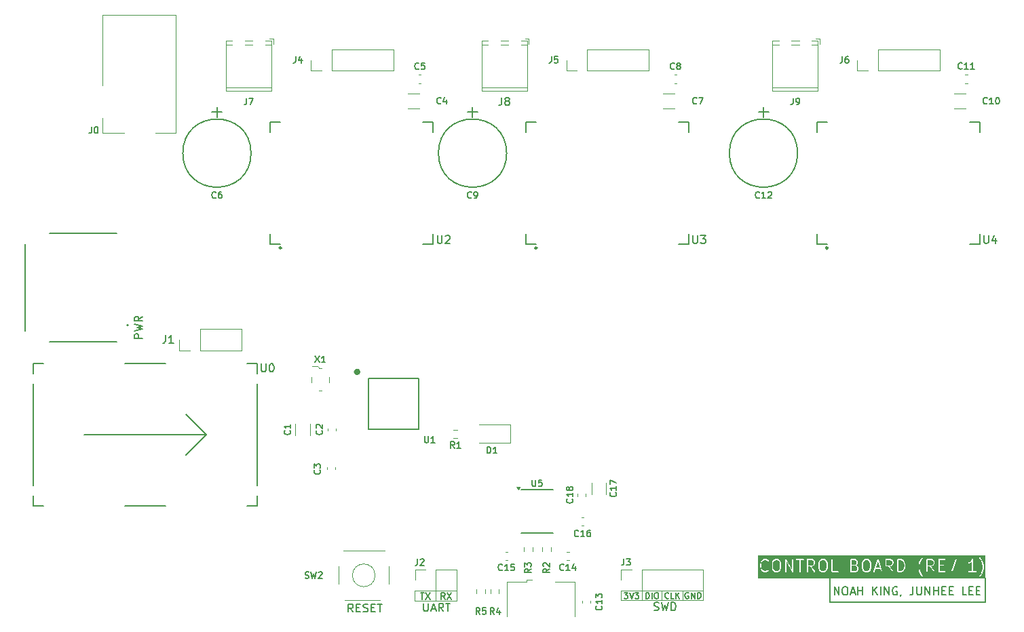
<source format=gbr>
%TF.GenerationSoftware,KiCad,Pcbnew,7.0.11+dfsg-1build4*%
%TF.CreationDate,2025-03-22T04:05:15-07:00*%
%TF.ProjectId,STM-32 PCB,53544d2d-3332-4205-9043-422e6b696361,rev?*%
%TF.SameCoordinates,Original*%
%TF.FileFunction,Legend,Top*%
%TF.FilePolarity,Positive*%
%FSLAX46Y46*%
G04 Gerber Fmt 4.6, Leading zero omitted, Abs format (unit mm)*
G04 Created by KiCad (PCBNEW 7.0.11+dfsg-1build4) date 2025-03-22 04:05:15*
%MOMM*%
%LPD*%
G01*
G04 APERTURE LIST*
%ADD10C,0.150000*%
%ADD11C,0.120000*%
%ADD12C,0.200000*%
%ADD13C,0.152400*%
%ADD14C,0.250000*%
%ADD15C,0.400000*%
%ADD16C,0.127000*%
G04 APERTURE END LIST*
D10*
X188060000Y-129800000D02*
X207410000Y-129800000D01*
X207410000Y-132880000D01*
X188060000Y-132880000D01*
X188060000Y-129800000D01*
X188620363Y-131929819D02*
X188620363Y-130929819D01*
X188620363Y-130929819D02*
X189191791Y-131929819D01*
X189191791Y-131929819D02*
X189191791Y-130929819D01*
X189858458Y-130929819D02*
X190048934Y-130929819D01*
X190048934Y-130929819D02*
X190144172Y-130977438D01*
X190144172Y-130977438D02*
X190239410Y-131072676D01*
X190239410Y-131072676D02*
X190287029Y-131263152D01*
X190287029Y-131263152D02*
X190287029Y-131596485D01*
X190287029Y-131596485D02*
X190239410Y-131786961D01*
X190239410Y-131786961D02*
X190144172Y-131882200D01*
X190144172Y-131882200D02*
X190048934Y-131929819D01*
X190048934Y-131929819D02*
X189858458Y-131929819D01*
X189858458Y-131929819D02*
X189763220Y-131882200D01*
X189763220Y-131882200D02*
X189667982Y-131786961D01*
X189667982Y-131786961D02*
X189620363Y-131596485D01*
X189620363Y-131596485D02*
X189620363Y-131263152D01*
X189620363Y-131263152D02*
X189667982Y-131072676D01*
X189667982Y-131072676D02*
X189763220Y-130977438D01*
X189763220Y-130977438D02*
X189858458Y-130929819D01*
X190667982Y-131644104D02*
X191144172Y-131644104D01*
X190572744Y-131929819D02*
X190906077Y-130929819D01*
X190906077Y-130929819D02*
X191239410Y-131929819D01*
X191572744Y-131929819D02*
X191572744Y-130929819D01*
X191572744Y-131406009D02*
X192144172Y-131406009D01*
X192144172Y-131929819D02*
X192144172Y-130929819D01*
X193382268Y-131929819D02*
X193382268Y-130929819D01*
X193953696Y-131929819D02*
X193525125Y-131358390D01*
X193953696Y-130929819D02*
X193382268Y-131501247D01*
X194382268Y-131929819D02*
X194382268Y-130929819D01*
X194858458Y-131929819D02*
X194858458Y-130929819D01*
X194858458Y-130929819D02*
X195429886Y-131929819D01*
X195429886Y-131929819D02*
X195429886Y-130929819D01*
X196429886Y-130977438D02*
X196334648Y-130929819D01*
X196334648Y-130929819D02*
X196191791Y-130929819D01*
X196191791Y-130929819D02*
X196048934Y-130977438D01*
X196048934Y-130977438D02*
X195953696Y-131072676D01*
X195953696Y-131072676D02*
X195906077Y-131167914D01*
X195906077Y-131167914D02*
X195858458Y-131358390D01*
X195858458Y-131358390D02*
X195858458Y-131501247D01*
X195858458Y-131501247D02*
X195906077Y-131691723D01*
X195906077Y-131691723D02*
X195953696Y-131786961D01*
X195953696Y-131786961D02*
X196048934Y-131882200D01*
X196048934Y-131882200D02*
X196191791Y-131929819D01*
X196191791Y-131929819D02*
X196287029Y-131929819D01*
X196287029Y-131929819D02*
X196429886Y-131882200D01*
X196429886Y-131882200D02*
X196477505Y-131834580D01*
X196477505Y-131834580D02*
X196477505Y-131501247D01*
X196477505Y-131501247D02*
X196287029Y-131501247D01*
X196953696Y-131882200D02*
X196953696Y-131929819D01*
X196953696Y-131929819D02*
X196906077Y-132025057D01*
X196906077Y-132025057D02*
X196858458Y-132072676D01*
X198429886Y-130929819D02*
X198429886Y-131644104D01*
X198429886Y-131644104D02*
X198382267Y-131786961D01*
X198382267Y-131786961D02*
X198287029Y-131882200D01*
X198287029Y-131882200D02*
X198144172Y-131929819D01*
X198144172Y-131929819D02*
X198048934Y-131929819D01*
X198906077Y-130929819D02*
X198906077Y-131739342D01*
X198906077Y-131739342D02*
X198953696Y-131834580D01*
X198953696Y-131834580D02*
X199001315Y-131882200D01*
X199001315Y-131882200D02*
X199096553Y-131929819D01*
X199096553Y-131929819D02*
X199287029Y-131929819D01*
X199287029Y-131929819D02*
X199382267Y-131882200D01*
X199382267Y-131882200D02*
X199429886Y-131834580D01*
X199429886Y-131834580D02*
X199477505Y-131739342D01*
X199477505Y-131739342D02*
X199477505Y-130929819D01*
X199953696Y-131929819D02*
X199953696Y-130929819D01*
X199953696Y-130929819D02*
X200525124Y-131929819D01*
X200525124Y-131929819D02*
X200525124Y-130929819D01*
X201001315Y-131929819D02*
X201001315Y-130929819D01*
X201001315Y-131406009D02*
X201572743Y-131406009D01*
X201572743Y-131929819D02*
X201572743Y-130929819D01*
X202048934Y-131406009D02*
X202382267Y-131406009D01*
X202525124Y-131929819D02*
X202048934Y-131929819D01*
X202048934Y-131929819D02*
X202048934Y-130929819D01*
X202048934Y-130929819D02*
X202525124Y-130929819D01*
X202953696Y-131406009D02*
X203287029Y-131406009D01*
X203429886Y-131929819D02*
X202953696Y-131929819D01*
X202953696Y-131929819D02*
X202953696Y-130929819D01*
X202953696Y-130929819D02*
X203429886Y-130929819D01*
X205096553Y-131929819D02*
X204620363Y-131929819D01*
X204620363Y-131929819D02*
X204620363Y-130929819D01*
X205429887Y-131406009D02*
X205763220Y-131406009D01*
X205906077Y-131929819D02*
X205429887Y-131929819D01*
X205429887Y-131929819D02*
X205429887Y-130929819D01*
X205429887Y-130929819D02*
X205906077Y-130929819D01*
X206334649Y-131406009D02*
X206667982Y-131406009D01*
X206810839Y-131929819D02*
X206334649Y-131929819D01*
X206334649Y-131929819D02*
X206334649Y-130929819D01*
X206334649Y-130929819D02*
X206810839Y-130929819D01*
G36*
X181649744Y-127650695D02*
G01*
X181769306Y-127770257D01*
X181833458Y-128026862D01*
X181833458Y-128508393D01*
X181769306Y-128764998D01*
X181649744Y-128884560D01*
X181533610Y-128942628D01*
X181283306Y-128942628D01*
X181167170Y-128884560D01*
X181047608Y-128764998D01*
X180983458Y-128508394D01*
X180983458Y-128026861D01*
X181047608Y-127770257D01*
X181167170Y-127650695D01*
X181283306Y-127592628D01*
X181533610Y-127592628D01*
X181649744Y-127650695D01*
G37*
G36*
X187435459Y-127650695D02*
G01*
X187555021Y-127770257D01*
X187619173Y-128026862D01*
X187619173Y-128508393D01*
X187555021Y-128764998D01*
X187435459Y-128884560D01*
X187319325Y-128942628D01*
X187069021Y-128942628D01*
X186952885Y-128884560D01*
X186833323Y-128764998D01*
X186769173Y-128508394D01*
X186769173Y-128026861D01*
X186833323Y-127770257D01*
X186952885Y-127650695D01*
X187069021Y-127592628D01*
X187319325Y-127592628D01*
X187435459Y-127650695D01*
G37*
G36*
X191367945Y-128368894D02*
G01*
X191418248Y-128419197D01*
X191476316Y-128535332D01*
X191476316Y-128714209D01*
X191418248Y-128830344D01*
X191364032Y-128884560D01*
X191247897Y-128942628D01*
X190769173Y-128942628D01*
X190769173Y-128306914D01*
X191182003Y-128306914D01*
X191367945Y-128368894D01*
G37*
G36*
X191292604Y-127650696D02*
G01*
X191346820Y-127704912D01*
X191404888Y-127821047D01*
X191404888Y-127928494D01*
X191346820Y-128044629D01*
X191292604Y-128098846D01*
X191176468Y-128156914D01*
X190769173Y-128156914D01*
X190769173Y-127592628D01*
X191176468Y-127592628D01*
X191292604Y-127650696D01*
G37*
G36*
X192864031Y-127650695D02*
G01*
X192983593Y-127770257D01*
X193047745Y-128026862D01*
X193047745Y-128508393D01*
X192983593Y-128764998D01*
X192864031Y-128884560D01*
X192747897Y-128942628D01*
X192497593Y-128942628D01*
X192381457Y-128884560D01*
X192261895Y-128764998D01*
X192197745Y-128508394D01*
X192197745Y-128026861D01*
X192261895Y-127770257D01*
X192381457Y-127650695D01*
X192497593Y-127592628D01*
X192747897Y-127592628D01*
X192864031Y-127650695D01*
G37*
G36*
X197082231Y-127654609D02*
G01*
X197203963Y-127776341D01*
X197266266Y-127900947D01*
X197333459Y-128169718D01*
X197333459Y-128365537D01*
X197266266Y-128634308D01*
X197203963Y-128758915D01*
X197082230Y-128880647D01*
X196896289Y-128942628D01*
X196626316Y-128942628D01*
X196626316Y-127592628D01*
X196896289Y-127592628D01*
X197082231Y-127654609D01*
G37*
G36*
X194304403Y-128514057D02*
G01*
X193798231Y-128514057D01*
X194051317Y-127754798D01*
X194304403Y-128514057D01*
G37*
G36*
X185935460Y-127650696D02*
G01*
X185989677Y-127704912D01*
X186047744Y-127821046D01*
X186047744Y-127999923D01*
X185989676Y-128116058D01*
X185935460Y-128170274D01*
X185819325Y-128228342D01*
X185340601Y-128228342D01*
X185340601Y-127592628D01*
X185819325Y-127592628D01*
X185935460Y-127650696D01*
G37*
G36*
X195721175Y-127650696D02*
G01*
X195775392Y-127704912D01*
X195833459Y-127821046D01*
X195833459Y-127999923D01*
X195775391Y-128116058D01*
X195721175Y-128170274D01*
X195605040Y-128228342D01*
X195126316Y-128228342D01*
X195126316Y-127592628D01*
X195605040Y-127592628D01*
X195721175Y-127650696D01*
G37*
G36*
X200864032Y-127650696D02*
G01*
X200918249Y-127704912D01*
X200976316Y-127821046D01*
X200976316Y-127999923D01*
X200918248Y-128116058D01*
X200864032Y-128170274D01*
X200747897Y-128228342D01*
X200269173Y-128228342D01*
X200269173Y-127592628D01*
X200747897Y-127592628D01*
X200864032Y-127650696D01*
G37*
G36*
X207483459Y-129878057D02*
G01*
X179119172Y-129878057D01*
X179119172Y-128374771D01*
X179333458Y-128374771D01*
X179334643Y-128378028D01*
X179335697Y-128392961D01*
X179407125Y-128678675D01*
X179409113Y-128681619D01*
X179412804Y-128694026D01*
X179484233Y-128836883D01*
X179485419Y-128838006D01*
X179498282Y-128856375D01*
X179641139Y-128999233D01*
X179645202Y-129001127D01*
X179647550Y-129004949D01*
X179670455Y-129017351D01*
X179884741Y-129088779D01*
X179886375Y-129088734D01*
X179908458Y-129092628D01*
X180051315Y-129092628D01*
X180052853Y-129092067D01*
X180075032Y-129088779D01*
X180289318Y-129017351D01*
X180292829Y-129014563D01*
X180297298Y-129014173D01*
X180318634Y-128999233D01*
X180390062Y-128927804D01*
X180411743Y-128881307D01*
X180398466Y-128831752D01*
X180356440Y-128802326D01*
X180305332Y-128806798D01*
X180283996Y-128821738D01*
X180225086Y-128880648D01*
X180039145Y-128942628D01*
X179920628Y-128942628D01*
X179734686Y-128880647D01*
X179612953Y-128758915D01*
X179550650Y-128634308D01*
X179521480Y-128517628D01*
X180833458Y-128517628D01*
X180834643Y-128520885D01*
X180835697Y-128535818D01*
X180907125Y-128821532D01*
X180911267Y-128827665D01*
X180911913Y-128835038D01*
X180926853Y-128856375D01*
X181069711Y-128999233D01*
X181071192Y-128999924D01*
X181089203Y-129013282D01*
X181232060Y-129084710D01*
X181236513Y-129085222D01*
X181239949Y-129088105D01*
X181265601Y-129092628D01*
X181551315Y-129092628D01*
X181555528Y-129091094D01*
X181559889Y-129092136D01*
X181584856Y-129084710D01*
X181719021Y-129017628D01*
X182476315Y-129017628D01*
X182493862Y-129065837D01*
X182538291Y-129091489D01*
X182588815Y-129082580D01*
X182621792Y-129043280D01*
X182626315Y-129017628D01*
X182626315Y-127800044D01*
X183343340Y-129054839D01*
X183348633Y-129059320D01*
X183351005Y-129065837D01*
X183367742Y-129075500D01*
X183382493Y-129087990D01*
X183389427Y-129088020D01*
X183395434Y-129091489D01*
X183414467Y-129088132D01*
X183433795Y-129088219D01*
X183439128Y-129083784D01*
X183445958Y-129082580D01*
X183458382Y-129067773D01*
X183473242Y-129055417D01*
X183474476Y-129048593D01*
X183478935Y-129043280D01*
X183483458Y-129017628D01*
X183483458Y-127517628D01*
X183478718Y-127504604D01*
X183834598Y-127504604D01*
X183843507Y-127555128D01*
X183882807Y-127588105D01*
X183908459Y-127592628D01*
X184262030Y-127592628D01*
X184262030Y-129017628D01*
X184279577Y-129065837D01*
X184324006Y-129091489D01*
X184374530Y-129082580D01*
X184407507Y-129043280D01*
X184412030Y-129017628D01*
X185190601Y-129017628D01*
X185208148Y-129065837D01*
X185252577Y-129091489D01*
X185303101Y-129082580D01*
X185336078Y-129043280D01*
X185340601Y-129017628D01*
X185340601Y-128378342D01*
X185583695Y-128378342D01*
X186061302Y-129060638D01*
X186103323Y-129090069D01*
X186154431Y-129085606D01*
X186190713Y-129049334D01*
X186195191Y-128998227D01*
X186184186Y-128974618D01*
X185864293Y-128517628D01*
X186619173Y-128517628D01*
X186620358Y-128520885D01*
X186621412Y-128535818D01*
X186692840Y-128821532D01*
X186696982Y-128827665D01*
X186697628Y-128835038D01*
X186712568Y-128856375D01*
X186855426Y-128999233D01*
X186856907Y-128999924D01*
X186874918Y-129013282D01*
X187017775Y-129084710D01*
X187022228Y-129085222D01*
X187025664Y-129088105D01*
X187051316Y-129092628D01*
X187337030Y-129092628D01*
X187341243Y-129091094D01*
X187345604Y-129092136D01*
X187370571Y-129084710D01*
X187504736Y-129017628D01*
X188262030Y-129017628D01*
X188268693Y-129035936D01*
X188272078Y-129055128D01*
X188277262Y-129059478D01*
X188279577Y-129065837D01*
X188296450Y-129075579D01*
X188311378Y-129088105D01*
X188321120Y-129089822D01*
X188324006Y-129091489D01*
X188327288Y-129090910D01*
X188337030Y-129092628D01*
X189051316Y-129092628D01*
X189099525Y-129075081D01*
X189125177Y-129030652D01*
X189122880Y-129017628D01*
X190619173Y-129017628D01*
X190625836Y-129035936D01*
X190629221Y-129055128D01*
X190634405Y-129059478D01*
X190636720Y-129065837D01*
X190653593Y-129075579D01*
X190668521Y-129088105D01*
X190678263Y-129089822D01*
X190681149Y-129091489D01*
X190684431Y-129090910D01*
X190694173Y-129092628D01*
X191265602Y-129092628D01*
X191269815Y-129091094D01*
X191274176Y-129092136D01*
X191299143Y-129084710D01*
X191442000Y-129013282D01*
X191443125Y-129012092D01*
X191461492Y-128999233D01*
X191532921Y-128927804D01*
X191533611Y-128926322D01*
X191546970Y-128908312D01*
X191618398Y-128765455D01*
X191618910Y-128761001D01*
X191621793Y-128757566D01*
X191626316Y-128731914D01*
X191626316Y-128517628D01*
X192047745Y-128517628D01*
X192048930Y-128520885D01*
X192049984Y-128535818D01*
X192121412Y-128821532D01*
X192125554Y-128827665D01*
X192126200Y-128835038D01*
X192141140Y-128856375D01*
X192283998Y-128999233D01*
X192285479Y-128999924D01*
X192303490Y-129013282D01*
X192446347Y-129084710D01*
X192450800Y-129085222D01*
X192454236Y-129088105D01*
X192479888Y-129092628D01*
X192765602Y-129092628D01*
X192769815Y-129091094D01*
X192774176Y-129092136D01*
X192799143Y-129084710D01*
X192942000Y-129013282D01*
X192943125Y-129012092D01*
X192961492Y-128999233D01*
X192966814Y-128993911D01*
X193480166Y-128993911D01*
X193481567Y-129045195D01*
X193515604Y-129083580D01*
X193566353Y-129091105D01*
X193610065Y-129064250D01*
X193622468Y-129041345D01*
X193748231Y-128664057D01*
X194354403Y-128664057D01*
X194480166Y-129041345D01*
X194512057Y-129081531D01*
X194562318Y-129091817D01*
X194607432Y-129067388D01*
X194626289Y-129019677D01*
X194625985Y-129017628D01*
X194976316Y-129017628D01*
X194993863Y-129065837D01*
X195038292Y-129091489D01*
X195088816Y-129082580D01*
X195121793Y-129043280D01*
X195126316Y-129017628D01*
X195126316Y-128378342D01*
X195369410Y-128378342D01*
X195847017Y-129060638D01*
X195889038Y-129090069D01*
X195940146Y-129085606D01*
X195976428Y-129049334D01*
X195979206Y-129017628D01*
X196476316Y-129017628D01*
X196482979Y-129035936D01*
X196486364Y-129055128D01*
X196491548Y-129059478D01*
X196493863Y-129065837D01*
X196510736Y-129075579D01*
X196525664Y-129088105D01*
X196535406Y-129089822D01*
X196538292Y-129091489D01*
X196541574Y-129090910D01*
X196551316Y-129092628D01*
X196908459Y-129092628D01*
X196909997Y-129092067D01*
X196932176Y-129088779D01*
X197146462Y-129017351D01*
X197149974Y-129014563D01*
X197154441Y-129014173D01*
X197175778Y-128999233D01*
X197318635Y-128856375D01*
X197319327Y-128854890D01*
X197332684Y-128836883D01*
X197404113Y-128694026D01*
X197404519Y-128690497D01*
X197409792Y-128678675D01*
X197432196Y-128589057D01*
X199119173Y-128589057D01*
X199120367Y-128592339D01*
X199120629Y-128603766D01*
X199192058Y-128960909D01*
X199193455Y-128963207D01*
X199194451Y-128969917D01*
X199265880Y-129184202D01*
X199267714Y-129186513D01*
X199269949Y-129194026D01*
X199341377Y-129336883D01*
X199343328Y-129338730D01*
X199346055Y-129344944D01*
X199488912Y-129559231D01*
X199491729Y-129561301D01*
X199498283Y-129570661D01*
X199569712Y-129642090D01*
X199616209Y-129663771D01*
X199665763Y-129650494D01*
X199695190Y-129608469D01*
X199692920Y-129582521D01*
X206690887Y-129582521D01*
X206704164Y-129632075D01*
X206746190Y-129661502D01*
X206797297Y-129657030D01*
X206818634Y-129642090D01*
X206890063Y-129570661D01*
X206891540Y-129567493D01*
X206899434Y-129559230D01*
X207042291Y-129344944D01*
X207042927Y-129342331D01*
X207046969Y-129336883D01*
X207118398Y-129194026D01*
X207118735Y-129191093D01*
X207122467Y-129184202D01*
X207193895Y-128969917D01*
X207193821Y-128967231D01*
X207196288Y-128960909D01*
X207267717Y-128603766D01*
X207267188Y-128600310D01*
X207269173Y-128589057D01*
X207269173Y-128303342D01*
X207267978Y-128300059D01*
X207267717Y-128288633D01*
X207196288Y-127931491D01*
X207194890Y-127929192D01*
X207193895Y-127922483D01*
X207122467Y-127708197D01*
X207120632Y-127705885D01*
X207118398Y-127698373D01*
X207046969Y-127555516D01*
X207045017Y-127553667D01*
X207042291Y-127547455D01*
X206899434Y-127333169D01*
X206896618Y-127331100D01*
X206890063Y-127321738D01*
X206818634Y-127250309D01*
X206772137Y-127228628D01*
X206722583Y-127241905D01*
X206693156Y-127283931D01*
X206697628Y-127335038D01*
X206712568Y-127356375D01*
X206778745Y-127422552D01*
X206914895Y-127626777D01*
X206981850Y-127760689D01*
X207050114Y-127965481D01*
X207119173Y-128310771D01*
X207119173Y-128581627D01*
X207050114Y-128926918D01*
X206981851Y-129131709D01*
X206914895Y-129265621D01*
X206778745Y-129469846D01*
X206712568Y-129536024D01*
X206690887Y-129582521D01*
X199692920Y-129582521D01*
X199690719Y-129557361D01*
X199675778Y-129536024D01*
X199609600Y-129469846D01*
X199473453Y-129265625D01*
X199406496Y-129131711D01*
X199368468Y-129017628D01*
X200119173Y-129017628D01*
X200136720Y-129065837D01*
X200181149Y-129091489D01*
X200231673Y-129082580D01*
X200264650Y-129043280D01*
X200269173Y-129017628D01*
X200269173Y-128378342D01*
X200512267Y-128378342D01*
X200989874Y-129060638D01*
X201031895Y-129090069D01*
X201083003Y-129085606D01*
X201119285Y-129049334D01*
X201122063Y-129017628D01*
X201619173Y-129017628D01*
X201625836Y-129035936D01*
X201629221Y-129055128D01*
X201634405Y-129059478D01*
X201636720Y-129065837D01*
X201653593Y-129075579D01*
X201668521Y-129088105D01*
X201678263Y-129089822D01*
X201681149Y-129091489D01*
X201684431Y-129090910D01*
X201694173Y-129092628D01*
X202408459Y-129092628D01*
X202456668Y-129075081D01*
X202482320Y-129030652D01*
X202473411Y-128980128D01*
X202434111Y-128947151D01*
X202408459Y-128942628D01*
X201769173Y-128942628D01*
X201769173Y-128306914D01*
X202194173Y-128306914D01*
X202242382Y-128289367D01*
X202268034Y-128244938D01*
X202259125Y-128194414D01*
X202219825Y-128161437D01*
X202194173Y-128156914D01*
X201769173Y-128156914D01*
X201769173Y-127592628D01*
X202408459Y-127592628D01*
X202456668Y-127575081D01*
X202482320Y-127530652D01*
X202479662Y-127515579D01*
X202762059Y-127515579D01*
X202765880Y-127541345D01*
X203265880Y-129041345D01*
X203267222Y-129043036D01*
X203267281Y-129045195D01*
X203283030Y-129062956D01*
X203297771Y-129081531D01*
X203299884Y-129081963D01*
X203301318Y-129083580D01*
X203324788Y-129087060D01*
X203348032Y-129091817D01*
X203349931Y-129090788D01*
X203352067Y-129091105D01*
X203372280Y-129078686D01*
X203393146Y-129067388D01*
X203393939Y-129065380D01*
X203395779Y-129064250D01*
X203408182Y-129041345D01*
X203420429Y-129004604D01*
X205334598Y-129004604D01*
X205343507Y-129055128D01*
X205382807Y-129088105D01*
X205408459Y-129092628D01*
X206265602Y-129092628D01*
X206313811Y-129075081D01*
X206339463Y-129030652D01*
X206330554Y-128980128D01*
X206291254Y-128947151D01*
X206265602Y-128942628D01*
X205912030Y-128942628D01*
X205912030Y-127517628D01*
X205910554Y-127513575D01*
X205911576Y-127509384D01*
X205901924Y-127489862D01*
X205894483Y-127469419D01*
X205890750Y-127467263D01*
X205888838Y-127463396D01*
X205868900Y-127454648D01*
X205850054Y-127443767D01*
X205845806Y-127444515D01*
X205841857Y-127442783D01*
X205820962Y-127448896D01*
X205799530Y-127452676D01*
X205796758Y-127455978D01*
X205792619Y-127457190D01*
X205774626Y-127476025D01*
X205635888Y-127684132D01*
X205506888Y-127813132D01*
X205374918Y-127879118D01*
X205339646Y-127916372D01*
X205336571Y-127967583D01*
X205367135Y-128008789D01*
X205417034Y-128020708D01*
X205442000Y-128013282D01*
X205584857Y-127941853D01*
X205585982Y-127940663D01*
X205604349Y-127927804D01*
X205747206Y-127784947D01*
X205748683Y-127781779D01*
X205756577Y-127773516D01*
X205762030Y-127765336D01*
X205762030Y-128942628D01*
X205408459Y-128942628D01*
X205360250Y-128960175D01*
X205334598Y-129004604D01*
X203420429Y-129004604D01*
X203908182Y-127541345D01*
X203906781Y-127490061D01*
X203872744Y-127451676D01*
X203821995Y-127444150D01*
X203778283Y-127471005D01*
X203765880Y-127493911D01*
X203337031Y-128780458D01*
X202908182Y-127493911D01*
X202876291Y-127453725D01*
X202826030Y-127443439D01*
X202780916Y-127467868D01*
X202762059Y-127515579D01*
X202479662Y-127515579D01*
X202473411Y-127480128D01*
X202434111Y-127447151D01*
X202408459Y-127442628D01*
X201694173Y-127442628D01*
X201675864Y-127449291D01*
X201656673Y-127452676D01*
X201652322Y-127457860D01*
X201645964Y-127460175D01*
X201636221Y-127477048D01*
X201623696Y-127491976D01*
X201621978Y-127501718D01*
X201620312Y-127504604D01*
X201620890Y-127507886D01*
X201619173Y-127517628D01*
X201619173Y-129017628D01*
X201122063Y-129017628D01*
X201123763Y-128998227D01*
X201112758Y-128974618D01*
X200695365Y-128378342D01*
X200765602Y-128378342D01*
X200769815Y-128376808D01*
X200774176Y-128377850D01*
X200799143Y-128370424D01*
X200942000Y-128298996D01*
X200943125Y-128297806D01*
X200961492Y-128284947D01*
X201032921Y-128213518D01*
X201033611Y-128212036D01*
X201046970Y-128194026D01*
X201118398Y-128051169D01*
X201118910Y-128046715D01*
X201121793Y-128043280D01*
X201126316Y-128017628D01*
X201126316Y-127803342D01*
X201124782Y-127799129D01*
X201125825Y-127794768D01*
X201118398Y-127769801D01*
X201046970Y-127626944D01*
X201045782Y-127625819D01*
X201032921Y-127607452D01*
X200961492Y-127536024D01*
X200960010Y-127535333D01*
X200942000Y-127521975D01*
X200799143Y-127450546D01*
X200794689Y-127450033D01*
X200791254Y-127447151D01*
X200765602Y-127442628D01*
X200194173Y-127442628D01*
X200175864Y-127449291D01*
X200156673Y-127452676D01*
X200152322Y-127457860D01*
X200145964Y-127460175D01*
X200136221Y-127477048D01*
X200123696Y-127491976D01*
X200121978Y-127501718D01*
X200120312Y-127504604D01*
X200120890Y-127507886D01*
X200119173Y-127517628D01*
X200119173Y-129017628D01*
X199368468Y-129017628D01*
X199338231Y-128926918D01*
X199269173Y-128581627D01*
X199269173Y-128310771D01*
X199338231Y-127965481D01*
X199406496Y-127760686D01*
X199473453Y-127626773D01*
X199609600Y-127422552D01*
X199675778Y-127356375D01*
X199697459Y-127309878D01*
X199684182Y-127260324D01*
X199642157Y-127230897D01*
X199591049Y-127235368D01*
X199569712Y-127250309D01*
X199498283Y-127321738D01*
X199496806Y-127324903D01*
X199488912Y-127333168D01*
X199346055Y-127547455D01*
X199345418Y-127550066D01*
X199341377Y-127555516D01*
X199269949Y-127698373D01*
X199269611Y-127701305D01*
X199265880Y-127708197D01*
X199194451Y-127922483D01*
X199194524Y-127925168D01*
X199192058Y-127931491D01*
X199120629Y-128288633D01*
X199121157Y-128292088D01*
X199119173Y-128303342D01*
X199119173Y-128589057D01*
X197432196Y-128589057D01*
X197481220Y-128392961D01*
X197480859Y-128389512D01*
X197483459Y-128374771D01*
X197483459Y-128160485D01*
X197482273Y-128157227D01*
X197481220Y-128142295D01*
X197409792Y-127856581D01*
X197407803Y-127853636D01*
X197404113Y-127841230D01*
X197332684Y-127698373D01*
X197331494Y-127697247D01*
X197318635Y-127678881D01*
X197175778Y-127536024D01*
X197171714Y-127534129D01*
X197169367Y-127530308D01*
X197146462Y-127517906D01*
X196932176Y-127446477D01*
X196930541Y-127446521D01*
X196908459Y-127442628D01*
X196551316Y-127442628D01*
X196533007Y-127449291D01*
X196513816Y-127452676D01*
X196509465Y-127457860D01*
X196503107Y-127460175D01*
X196493364Y-127477048D01*
X196480839Y-127491976D01*
X196479121Y-127501718D01*
X196477455Y-127504604D01*
X196478033Y-127507886D01*
X196476316Y-127517628D01*
X196476316Y-129017628D01*
X195979206Y-129017628D01*
X195980906Y-128998227D01*
X195969901Y-128974618D01*
X195552508Y-128378342D01*
X195622745Y-128378342D01*
X195626958Y-128376808D01*
X195631319Y-128377850D01*
X195656286Y-128370424D01*
X195799143Y-128298996D01*
X195800268Y-128297806D01*
X195818635Y-128284947D01*
X195890064Y-128213518D01*
X195890754Y-128212036D01*
X195904113Y-128194026D01*
X195975541Y-128051169D01*
X195976053Y-128046715D01*
X195978936Y-128043280D01*
X195983459Y-128017628D01*
X195983459Y-127803342D01*
X195981925Y-127799129D01*
X195982968Y-127794768D01*
X195975541Y-127769801D01*
X195904113Y-127626944D01*
X195902925Y-127625819D01*
X195890064Y-127607452D01*
X195818635Y-127536024D01*
X195817153Y-127535333D01*
X195799143Y-127521975D01*
X195656286Y-127450546D01*
X195651832Y-127450033D01*
X195648397Y-127447151D01*
X195622745Y-127442628D01*
X195051316Y-127442628D01*
X195033007Y-127449291D01*
X195013816Y-127452676D01*
X195009465Y-127457860D01*
X195003107Y-127460175D01*
X194993364Y-127477048D01*
X194980839Y-127491976D01*
X194979121Y-127501718D01*
X194977455Y-127504604D01*
X194978033Y-127507886D01*
X194976316Y-127517628D01*
X194976316Y-129017628D01*
X194625985Y-129017628D01*
X194622468Y-128993911D01*
X194122468Y-127493911D01*
X194121125Y-127492219D01*
X194121067Y-127490061D01*
X194105317Y-127472299D01*
X194090577Y-127453725D01*
X194088463Y-127453292D01*
X194087030Y-127451676D01*
X194063551Y-127448194D01*
X194040316Y-127443439D01*
X194038417Y-127444466D01*
X194036281Y-127444150D01*
X194016053Y-127456577D01*
X193995202Y-127467868D01*
X193994408Y-127469874D01*
X193992569Y-127471005D01*
X193980166Y-127493911D01*
X193480166Y-128993911D01*
X192966814Y-128993911D01*
X193104349Y-128856375D01*
X193107476Y-128849667D01*
X193113467Y-128845321D01*
X193124077Y-128821532D01*
X193195506Y-128535819D01*
X193195145Y-128532370D01*
X193197745Y-128517628D01*
X193197745Y-128017628D01*
X193196559Y-128014371D01*
X193195506Y-127999437D01*
X193124077Y-127713724D01*
X193119933Y-127707590D01*
X193119289Y-127700218D01*
X193104349Y-127678881D01*
X192961492Y-127536024D01*
X192960010Y-127535333D01*
X192942000Y-127521975D01*
X192799143Y-127450546D01*
X192794689Y-127450033D01*
X192791254Y-127447151D01*
X192765602Y-127442628D01*
X192479888Y-127442628D01*
X192475674Y-127444161D01*
X192471313Y-127443120D01*
X192446347Y-127450546D01*
X192303490Y-127521975D01*
X192302366Y-127523161D01*
X192283998Y-127536024D01*
X192141140Y-127678881D01*
X192138012Y-127685588D01*
X192132022Y-127689935D01*
X192121412Y-127713724D01*
X192049984Y-127999438D01*
X192050344Y-128002886D01*
X192047745Y-128017628D01*
X192047745Y-128517628D01*
X191626316Y-128517628D01*
X191624782Y-128513415D01*
X191625825Y-128509054D01*
X191618398Y-128484087D01*
X191546970Y-128341230D01*
X191545783Y-128340106D01*
X191532921Y-128321738D01*
X191461492Y-128250309D01*
X191457428Y-128248414D01*
X191455081Y-128244593D01*
X191432176Y-128232191D01*
X191385578Y-128216658D01*
X191390064Y-128213518D01*
X191461492Y-128142090D01*
X191462184Y-128140604D01*
X191475541Y-128122598D01*
X191546970Y-127979741D01*
X191547482Y-127975287D01*
X191550365Y-127971852D01*
X191554888Y-127946200D01*
X191554888Y-127803342D01*
X191553354Y-127799128D01*
X191554396Y-127794767D01*
X191546970Y-127769801D01*
X191475541Y-127626944D01*
X191474351Y-127625818D01*
X191461492Y-127607452D01*
X191390064Y-127536024D01*
X191388582Y-127535333D01*
X191370572Y-127521975D01*
X191227714Y-127450546D01*
X191223260Y-127450033D01*
X191219825Y-127447151D01*
X191194173Y-127442628D01*
X190694173Y-127442628D01*
X190675864Y-127449291D01*
X190656673Y-127452676D01*
X190652322Y-127457860D01*
X190645964Y-127460175D01*
X190636221Y-127477048D01*
X190623696Y-127491976D01*
X190621978Y-127501718D01*
X190620312Y-127504604D01*
X190620890Y-127507886D01*
X190619173Y-127517628D01*
X190619173Y-129017628D01*
X189122880Y-129017628D01*
X189116268Y-128980128D01*
X189076968Y-128947151D01*
X189051316Y-128942628D01*
X188412030Y-128942628D01*
X188412030Y-127517628D01*
X188394483Y-127469419D01*
X188350054Y-127443767D01*
X188299530Y-127452676D01*
X188266553Y-127491976D01*
X188262030Y-127517628D01*
X188262030Y-129017628D01*
X187504736Y-129017628D01*
X187513428Y-129013282D01*
X187514553Y-129012092D01*
X187532920Y-128999233D01*
X187675777Y-128856375D01*
X187678904Y-128849667D01*
X187684895Y-128845321D01*
X187695505Y-128821532D01*
X187766934Y-128535819D01*
X187766573Y-128532370D01*
X187769173Y-128517628D01*
X187769173Y-128017628D01*
X187767987Y-128014371D01*
X187766934Y-127999437D01*
X187695505Y-127713724D01*
X187691361Y-127707590D01*
X187690717Y-127700218D01*
X187675777Y-127678881D01*
X187532920Y-127536024D01*
X187531438Y-127535333D01*
X187513428Y-127521975D01*
X187370571Y-127450546D01*
X187366117Y-127450033D01*
X187362682Y-127447151D01*
X187337030Y-127442628D01*
X187051316Y-127442628D01*
X187047102Y-127444161D01*
X187042741Y-127443120D01*
X187017775Y-127450546D01*
X186874918Y-127521975D01*
X186873794Y-127523161D01*
X186855426Y-127536024D01*
X186712568Y-127678881D01*
X186709440Y-127685588D01*
X186703450Y-127689935D01*
X186692840Y-127713724D01*
X186621412Y-127999438D01*
X186621772Y-128002886D01*
X186619173Y-128017628D01*
X186619173Y-128517628D01*
X185864293Y-128517628D01*
X185766793Y-128378342D01*
X185837030Y-128378342D01*
X185841243Y-128376808D01*
X185845604Y-128377850D01*
X185870571Y-128370424D01*
X186013428Y-128298996D01*
X186014553Y-128297806D01*
X186032920Y-128284947D01*
X186104349Y-128213518D01*
X186105039Y-128212036D01*
X186118398Y-128194026D01*
X186189826Y-128051169D01*
X186190338Y-128046715D01*
X186193221Y-128043280D01*
X186197744Y-128017628D01*
X186197744Y-127803342D01*
X186196210Y-127799129D01*
X186197253Y-127794768D01*
X186189826Y-127769801D01*
X186118398Y-127626944D01*
X186117210Y-127625819D01*
X186104349Y-127607452D01*
X186032920Y-127536024D01*
X186031438Y-127535333D01*
X186013428Y-127521975D01*
X185870571Y-127450546D01*
X185866117Y-127450033D01*
X185862682Y-127447151D01*
X185837030Y-127442628D01*
X185265601Y-127442628D01*
X185247292Y-127449291D01*
X185228101Y-127452676D01*
X185223750Y-127457860D01*
X185217392Y-127460175D01*
X185207649Y-127477048D01*
X185195124Y-127491976D01*
X185193406Y-127501718D01*
X185191740Y-127504604D01*
X185192318Y-127507886D01*
X185190601Y-127517628D01*
X185190601Y-129017628D01*
X184412030Y-129017628D01*
X184412030Y-127592628D01*
X184765602Y-127592628D01*
X184813811Y-127575081D01*
X184839463Y-127530652D01*
X184830554Y-127480128D01*
X184791254Y-127447151D01*
X184765602Y-127442628D01*
X183908459Y-127442628D01*
X183860250Y-127460175D01*
X183834598Y-127504604D01*
X183478718Y-127504604D01*
X183465911Y-127469419D01*
X183421482Y-127443767D01*
X183370958Y-127452676D01*
X183337981Y-127491976D01*
X183333458Y-127517628D01*
X183333458Y-128735211D01*
X182616433Y-127480418D01*
X182611140Y-127475936D01*
X182608768Y-127469419D01*
X182592028Y-127459754D01*
X182577280Y-127447266D01*
X182570345Y-127447235D01*
X182564339Y-127443767D01*
X182545305Y-127447123D01*
X182525978Y-127447037D01*
X182520644Y-127451471D01*
X182513815Y-127452676D01*
X182501390Y-127467482D01*
X182486531Y-127479839D01*
X182485296Y-127486662D01*
X182480838Y-127491976D01*
X182476315Y-127517628D01*
X182476315Y-129017628D01*
X181719021Y-129017628D01*
X181727713Y-129013282D01*
X181728838Y-129012092D01*
X181747205Y-128999233D01*
X181890062Y-128856375D01*
X181893189Y-128849667D01*
X181899180Y-128845321D01*
X181909790Y-128821532D01*
X181981219Y-128535819D01*
X181980858Y-128532370D01*
X181983458Y-128517628D01*
X181983458Y-128017628D01*
X181982272Y-128014371D01*
X181981219Y-127999437D01*
X181909790Y-127713724D01*
X181905646Y-127707590D01*
X181905002Y-127700218D01*
X181890062Y-127678881D01*
X181747205Y-127536024D01*
X181745723Y-127535333D01*
X181727713Y-127521975D01*
X181584856Y-127450546D01*
X181580402Y-127450033D01*
X181576967Y-127447151D01*
X181551315Y-127442628D01*
X181265601Y-127442628D01*
X181261387Y-127444161D01*
X181257026Y-127443120D01*
X181232060Y-127450546D01*
X181089203Y-127521975D01*
X181088079Y-127523161D01*
X181069711Y-127536024D01*
X180926853Y-127678881D01*
X180923725Y-127685588D01*
X180917735Y-127689935D01*
X180907125Y-127713724D01*
X180835697Y-127999438D01*
X180836057Y-128002886D01*
X180833458Y-128017628D01*
X180833458Y-128517628D01*
X179521480Y-128517628D01*
X179483458Y-128365537D01*
X179483458Y-128169718D01*
X179550650Y-127900947D01*
X179612953Y-127776341D01*
X179734686Y-127654608D01*
X179920628Y-127592628D01*
X180039145Y-127592628D01*
X180225087Y-127654609D01*
X180283996Y-127713518D01*
X180330492Y-127735199D01*
X180380047Y-127721922D01*
X180409473Y-127679896D01*
X180405002Y-127628789D01*
X180390062Y-127607452D01*
X180318634Y-127536024D01*
X180314570Y-127534129D01*
X180312223Y-127530308D01*
X180289318Y-127517906D01*
X180075032Y-127446477D01*
X180073397Y-127446521D01*
X180051315Y-127442628D01*
X179908458Y-127442628D01*
X179906920Y-127443187D01*
X179884740Y-127446477D01*
X179670455Y-127517906D01*
X179666942Y-127520693D01*
X179662476Y-127521084D01*
X179641139Y-127536024D01*
X179498282Y-127678881D01*
X179497591Y-127680362D01*
X179484233Y-127698373D01*
X179412804Y-127841230D01*
X179412397Y-127844758D01*
X179407125Y-127856581D01*
X179335697Y-128142295D01*
X179336057Y-128145743D01*
X179333458Y-128160485D01*
X179333458Y-128374771D01*
X179119172Y-128374771D01*
X179119172Y-127014342D01*
X207483459Y-127014342D01*
X207483459Y-129878057D01*
G37*
X123832380Y-102097295D02*
X124365714Y-102897295D01*
X124365714Y-102097295D02*
X123832380Y-102897295D01*
X125089523Y-102897295D02*
X124632380Y-102897295D01*
X124860952Y-102897295D02*
X124860952Y-102097295D01*
X124860952Y-102097295D02*
X124784761Y-102211580D01*
X124784761Y-102211580D02*
X124708571Y-102287771D01*
X124708571Y-102287771D02*
X124632380Y-102325866D01*
X117108095Y-103074819D02*
X117108095Y-103884342D01*
X117108095Y-103884342D02*
X117155714Y-103979580D01*
X117155714Y-103979580D02*
X117203333Y-104027200D01*
X117203333Y-104027200D02*
X117298571Y-104074819D01*
X117298571Y-104074819D02*
X117489047Y-104074819D01*
X117489047Y-104074819D02*
X117584285Y-104027200D01*
X117584285Y-104027200D02*
X117631904Y-103979580D01*
X117631904Y-103979580D02*
X117679523Y-103884342D01*
X117679523Y-103884342D02*
X117679523Y-103074819D01*
X118346190Y-103074819D02*
X118441428Y-103074819D01*
X118441428Y-103074819D02*
X118536666Y-103122438D01*
X118536666Y-103122438D02*
X118584285Y-103170057D01*
X118584285Y-103170057D02*
X118631904Y-103265295D01*
X118631904Y-103265295D02*
X118679523Y-103455771D01*
X118679523Y-103455771D02*
X118679523Y-103693866D01*
X118679523Y-103693866D02*
X118631904Y-103884342D01*
X118631904Y-103884342D02*
X118584285Y-103979580D01*
X118584285Y-103979580D02*
X118536666Y-104027200D01*
X118536666Y-104027200D02*
X118441428Y-104074819D01*
X118441428Y-104074819D02*
X118346190Y-104074819D01*
X118346190Y-104074819D02*
X118250952Y-104027200D01*
X118250952Y-104027200D02*
X118203333Y-103979580D01*
X118203333Y-103979580D02*
X118155714Y-103884342D01*
X118155714Y-103884342D02*
X118108095Y-103693866D01*
X118108095Y-103693866D02*
X118108095Y-103455771D01*
X118108095Y-103455771D02*
X118155714Y-103265295D01*
X118155714Y-103265295D02*
X118203333Y-103170057D01*
X118203333Y-103170057D02*
X118250952Y-103122438D01*
X118250952Y-103122438D02*
X118346190Y-103074819D01*
X122583332Y-129814200D02*
X122697618Y-129852295D01*
X122697618Y-129852295D02*
X122888094Y-129852295D01*
X122888094Y-129852295D02*
X122964285Y-129814200D01*
X122964285Y-129814200D02*
X123002380Y-129776104D01*
X123002380Y-129776104D02*
X123040475Y-129699914D01*
X123040475Y-129699914D02*
X123040475Y-129623723D01*
X123040475Y-129623723D02*
X123002380Y-129547533D01*
X123002380Y-129547533D02*
X122964285Y-129509438D01*
X122964285Y-129509438D02*
X122888094Y-129471342D01*
X122888094Y-129471342D02*
X122735713Y-129433247D01*
X122735713Y-129433247D02*
X122659523Y-129395152D01*
X122659523Y-129395152D02*
X122621428Y-129357057D01*
X122621428Y-129357057D02*
X122583332Y-129280866D01*
X122583332Y-129280866D02*
X122583332Y-129204676D01*
X122583332Y-129204676D02*
X122621428Y-129128485D01*
X122621428Y-129128485D02*
X122659523Y-129090390D01*
X122659523Y-129090390D02*
X122735713Y-129052295D01*
X122735713Y-129052295D02*
X122926190Y-129052295D01*
X122926190Y-129052295D02*
X123040475Y-129090390D01*
X123307142Y-129052295D02*
X123497618Y-129852295D01*
X123497618Y-129852295D02*
X123649999Y-129280866D01*
X123649999Y-129280866D02*
X123802380Y-129852295D01*
X123802380Y-129852295D02*
X123992857Y-129052295D01*
X124259523Y-129128485D02*
X124297619Y-129090390D01*
X124297619Y-129090390D02*
X124373809Y-129052295D01*
X124373809Y-129052295D02*
X124564285Y-129052295D01*
X124564285Y-129052295D02*
X124640476Y-129090390D01*
X124640476Y-129090390D02*
X124678571Y-129128485D01*
X124678571Y-129128485D02*
X124716666Y-129204676D01*
X124716666Y-129204676D02*
X124716666Y-129280866D01*
X124716666Y-129280866D02*
X124678571Y-129395152D01*
X124678571Y-129395152D02*
X124221428Y-129852295D01*
X124221428Y-129852295D02*
X124716666Y-129852295D01*
X128557618Y-134064819D02*
X128224285Y-133588628D01*
X127986190Y-134064819D02*
X127986190Y-133064819D01*
X127986190Y-133064819D02*
X128367142Y-133064819D01*
X128367142Y-133064819D02*
X128462380Y-133112438D01*
X128462380Y-133112438D02*
X128509999Y-133160057D01*
X128509999Y-133160057D02*
X128557618Y-133255295D01*
X128557618Y-133255295D02*
X128557618Y-133398152D01*
X128557618Y-133398152D02*
X128509999Y-133493390D01*
X128509999Y-133493390D02*
X128462380Y-133541009D01*
X128462380Y-133541009D02*
X128367142Y-133588628D01*
X128367142Y-133588628D02*
X127986190Y-133588628D01*
X128986190Y-133541009D02*
X129319523Y-133541009D01*
X129462380Y-134064819D02*
X128986190Y-134064819D01*
X128986190Y-134064819D02*
X128986190Y-133064819D01*
X128986190Y-133064819D02*
X129462380Y-133064819D01*
X129843333Y-134017200D02*
X129986190Y-134064819D01*
X129986190Y-134064819D02*
X130224285Y-134064819D01*
X130224285Y-134064819D02*
X130319523Y-134017200D01*
X130319523Y-134017200D02*
X130367142Y-133969580D01*
X130367142Y-133969580D02*
X130414761Y-133874342D01*
X130414761Y-133874342D02*
X130414761Y-133779104D01*
X130414761Y-133779104D02*
X130367142Y-133683866D01*
X130367142Y-133683866D02*
X130319523Y-133636247D01*
X130319523Y-133636247D02*
X130224285Y-133588628D01*
X130224285Y-133588628D02*
X130033809Y-133541009D01*
X130033809Y-133541009D02*
X129938571Y-133493390D01*
X129938571Y-133493390D02*
X129890952Y-133445771D01*
X129890952Y-133445771D02*
X129843333Y-133350533D01*
X129843333Y-133350533D02*
X129843333Y-133255295D01*
X129843333Y-133255295D02*
X129890952Y-133160057D01*
X129890952Y-133160057D02*
X129938571Y-133112438D01*
X129938571Y-133112438D02*
X130033809Y-133064819D01*
X130033809Y-133064819D02*
X130271904Y-133064819D01*
X130271904Y-133064819D02*
X130414761Y-133112438D01*
X130843333Y-133541009D02*
X131176666Y-133541009D01*
X131319523Y-134064819D02*
X130843333Y-134064819D01*
X130843333Y-134064819D02*
X130843333Y-133064819D01*
X130843333Y-133064819D02*
X131319523Y-133064819D01*
X131605238Y-133064819D02*
X132176666Y-133064819D01*
X131890952Y-134064819D02*
X131890952Y-133064819D01*
X111446667Y-82311104D02*
X111408571Y-82349200D01*
X111408571Y-82349200D02*
X111294286Y-82387295D01*
X111294286Y-82387295D02*
X111218095Y-82387295D01*
X111218095Y-82387295D02*
X111103809Y-82349200D01*
X111103809Y-82349200D02*
X111027619Y-82273009D01*
X111027619Y-82273009D02*
X110989524Y-82196819D01*
X110989524Y-82196819D02*
X110951428Y-82044438D01*
X110951428Y-82044438D02*
X110951428Y-81930152D01*
X110951428Y-81930152D02*
X110989524Y-81777771D01*
X110989524Y-81777771D02*
X111027619Y-81701580D01*
X111027619Y-81701580D02*
X111103809Y-81625390D01*
X111103809Y-81625390D02*
X111218095Y-81587295D01*
X111218095Y-81587295D02*
X111294286Y-81587295D01*
X111294286Y-81587295D02*
X111408571Y-81625390D01*
X111408571Y-81625390D02*
X111446667Y-81663485D01*
X112132381Y-81587295D02*
X111980000Y-81587295D01*
X111980000Y-81587295D02*
X111903809Y-81625390D01*
X111903809Y-81625390D02*
X111865714Y-81663485D01*
X111865714Y-81663485D02*
X111789524Y-81777771D01*
X111789524Y-81777771D02*
X111751428Y-81930152D01*
X111751428Y-81930152D02*
X111751428Y-82234914D01*
X111751428Y-82234914D02*
X111789524Y-82311104D01*
X111789524Y-82311104D02*
X111827619Y-82349200D01*
X111827619Y-82349200D02*
X111903809Y-82387295D01*
X111903809Y-82387295D02*
X112056190Y-82387295D01*
X112056190Y-82387295D02*
X112132381Y-82349200D01*
X112132381Y-82349200D02*
X112170476Y-82311104D01*
X112170476Y-82311104D02*
X112208571Y-82234914D01*
X112208571Y-82234914D02*
X112208571Y-82044438D01*
X112208571Y-82044438D02*
X112170476Y-81968247D01*
X112170476Y-81968247D02*
X112132381Y-81930152D01*
X112132381Y-81930152D02*
X112056190Y-81892057D01*
X112056190Y-81892057D02*
X111903809Y-81892057D01*
X111903809Y-81892057D02*
X111827619Y-81930152D01*
X111827619Y-81930152D02*
X111789524Y-81968247D01*
X111789524Y-81968247D02*
X111751428Y-82044438D01*
X155926104Y-119949285D02*
X155964200Y-119987381D01*
X155964200Y-119987381D02*
X156002295Y-120101666D01*
X156002295Y-120101666D02*
X156002295Y-120177857D01*
X156002295Y-120177857D02*
X155964200Y-120292143D01*
X155964200Y-120292143D02*
X155888009Y-120368333D01*
X155888009Y-120368333D02*
X155811819Y-120406428D01*
X155811819Y-120406428D02*
X155659438Y-120444524D01*
X155659438Y-120444524D02*
X155545152Y-120444524D01*
X155545152Y-120444524D02*
X155392771Y-120406428D01*
X155392771Y-120406428D02*
X155316580Y-120368333D01*
X155316580Y-120368333D02*
X155240390Y-120292143D01*
X155240390Y-120292143D02*
X155202295Y-120177857D01*
X155202295Y-120177857D02*
X155202295Y-120101666D01*
X155202295Y-120101666D02*
X155240390Y-119987381D01*
X155240390Y-119987381D02*
X155278485Y-119949285D01*
X156002295Y-119187381D02*
X156002295Y-119644524D01*
X156002295Y-119415952D02*
X155202295Y-119415952D01*
X155202295Y-119415952D02*
X155316580Y-119492143D01*
X155316580Y-119492143D02*
X155392771Y-119568333D01*
X155392771Y-119568333D02*
X155430866Y-119644524D01*
X155545152Y-118730238D02*
X155507057Y-118806428D01*
X155507057Y-118806428D02*
X155468961Y-118844523D01*
X155468961Y-118844523D02*
X155392771Y-118882619D01*
X155392771Y-118882619D02*
X155354676Y-118882619D01*
X155354676Y-118882619D02*
X155278485Y-118844523D01*
X155278485Y-118844523D02*
X155240390Y-118806428D01*
X155240390Y-118806428D02*
X155202295Y-118730238D01*
X155202295Y-118730238D02*
X155202295Y-118577857D01*
X155202295Y-118577857D02*
X155240390Y-118501666D01*
X155240390Y-118501666D02*
X155278485Y-118463571D01*
X155278485Y-118463571D02*
X155354676Y-118425476D01*
X155354676Y-118425476D02*
X155392771Y-118425476D01*
X155392771Y-118425476D02*
X155468961Y-118463571D01*
X155468961Y-118463571D02*
X155507057Y-118501666D01*
X155507057Y-118501666D02*
X155545152Y-118577857D01*
X155545152Y-118577857D02*
X155545152Y-118730238D01*
X155545152Y-118730238D02*
X155583247Y-118806428D01*
X155583247Y-118806428D02*
X155621342Y-118844523D01*
X155621342Y-118844523D02*
X155697533Y-118882619D01*
X155697533Y-118882619D02*
X155849914Y-118882619D01*
X155849914Y-118882619D02*
X155926104Y-118844523D01*
X155926104Y-118844523D02*
X155964200Y-118806428D01*
X155964200Y-118806428D02*
X156002295Y-118730238D01*
X156002295Y-118730238D02*
X156002295Y-118577857D01*
X156002295Y-118577857D02*
X155964200Y-118501666D01*
X155964200Y-118501666D02*
X155926104Y-118463571D01*
X155926104Y-118463571D02*
X155849914Y-118425476D01*
X155849914Y-118425476D02*
X155697533Y-118425476D01*
X155697533Y-118425476D02*
X155621342Y-118463571D01*
X155621342Y-118463571D02*
X155583247Y-118501666D01*
X155583247Y-118501666D02*
X155545152Y-118577857D01*
X153313333Y-64692295D02*
X153313333Y-65263723D01*
X153313333Y-65263723D02*
X153275238Y-65378009D01*
X153275238Y-65378009D02*
X153199047Y-65454200D01*
X153199047Y-65454200D02*
X153084762Y-65492295D01*
X153084762Y-65492295D02*
X153008571Y-65492295D01*
X154075238Y-64692295D02*
X153694286Y-64692295D01*
X153694286Y-64692295D02*
X153656190Y-65073247D01*
X153656190Y-65073247D02*
X153694286Y-65035152D01*
X153694286Y-65035152D02*
X153770476Y-64997057D01*
X153770476Y-64997057D02*
X153960952Y-64997057D01*
X153960952Y-64997057D02*
X154037143Y-65035152D01*
X154037143Y-65035152D02*
X154075238Y-65073247D01*
X154075238Y-65073247D02*
X154113333Y-65149438D01*
X154113333Y-65149438D02*
X154113333Y-65339914D01*
X154113333Y-65339914D02*
X154075238Y-65416104D01*
X154075238Y-65416104D02*
X154037143Y-65454200D01*
X154037143Y-65454200D02*
X153960952Y-65492295D01*
X153960952Y-65492295D02*
X153770476Y-65492295D01*
X153770476Y-65492295D02*
X153694286Y-65454200D01*
X153694286Y-65454200D02*
X153656190Y-65416104D01*
X124656104Y-111393332D02*
X124694200Y-111431428D01*
X124694200Y-111431428D02*
X124732295Y-111545713D01*
X124732295Y-111545713D02*
X124732295Y-111621904D01*
X124732295Y-111621904D02*
X124694200Y-111736190D01*
X124694200Y-111736190D02*
X124618009Y-111812380D01*
X124618009Y-111812380D02*
X124541819Y-111850475D01*
X124541819Y-111850475D02*
X124389438Y-111888571D01*
X124389438Y-111888571D02*
X124275152Y-111888571D01*
X124275152Y-111888571D02*
X124122771Y-111850475D01*
X124122771Y-111850475D02*
X124046580Y-111812380D01*
X124046580Y-111812380D02*
X123970390Y-111736190D01*
X123970390Y-111736190D02*
X123932295Y-111621904D01*
X123932295Y-111621904D02*
X123932295Y-111545713D01*
X123932295Y-111545713D02*
X123970390Y-111431428D01*
X123970390Y-111431428D02*
X124008485Y-111393332D01*
X124008485Y-111088571D02*
X123970390Y-111050475D01*
X123970390Y-111050475D02*
X123932295Y-110974285D01*
X123932295Y-110974285D02*
X123932295Y-110783809D01*
X123932295Y-110783809D02*
X123970390Y-110707618D01*
X123970390Y-110707618D02*
X124008485Y-110669523D01*
X124008485Y-110669523D02*
X124084676Y-110631428D01*
X124084676Y-110631428D02*
X124160866Y-110631428D01*
X124160866Y-110631428D02*
X124275152Y-110669523D01*
X124275152Y-110669523D02*
X124732295Y-111126666D01*
X124732295Y-111126666D02*
X124732295Y-110631428D01*
X207278095Y-87054819D02*
X207278095Y-87864342D01*
X207278095Y-87864342D02*
X207325714Y-87959580D01*
X207325714Y-87959580D02*
X207373333Y-88007200D01*
X207373333Y-88007200D02*
X207468571Y-88054819D01*
X207468571Y-88054819D02*
X207659047Y-88054819D01*
X207659047Y-88054819D02*
X207754285Y-88007200D01*
X207754285Y-88007200D02*
X207801904Y-87959580D01*
X207801904Y-87959580D02*
X207849523Y-87864342D01*
X207849523Y-87864342D02*
X207849523Y-87054819D01*
X208754285Y-87388152D02*
X208754285Y-88054819D01*
X208516190Y-87007200D02*
X208278095Y-87721485D01*
X208278095Y-87721485D02*
X208897142Y-87721485D01*
X150900476Y-117579795D02*
X150900476Y-118227414D01*
X150900476Y-118227414D02*
X150938571Y-118303604D01*
X150938571Y-118303604D02*
X150976666Y-118341700D01*
X150976666Y-118341700D02*
X151052857Y-118379795D01*
X151052857Y-118379795D02*
X151205238Y-118379795D01*
X151205238Y-118379795D02*
X151281428Y-118341700D01*
X151281428Y-118341700D02*
X151319523Y-118303604D01*
X151319523Y-118303604D02*
X151357619Y-118227414D01*
X151357619Y-118227414D02*
X151357619Y-117579795D01*
X152119523Y-117579795D02*
X151738571Y-117579795D01*
X151738571Y-117579795D02*
X151700475Y-117960747D01*
X151700475Y-117960747D02*
X151738571Y-117922652D01*
X151738571Y-117922652D02*
X151814761Y-117884557D01*
X151814761Y-117884557D02*
X152005237Y-117884557D01*
X152005237Y-117884557D02*
X152081428Y-117922652D01*
X152081428Y-117922652D02*
X152119523Y-117960747D01*
X152119523Y-117960747D02*
X152157618Y-118036938D01*
X152157618Y-118036938D02*
X152157618Y-118227414D01*
X152157618Y-118227414D02*
X152119523Y-118303604D01*
X152119523Y-118303604D02*
X152081428Y-118341700D01*
X152081428Y-118341700D02*
X152005237Y-118379795D01*
X152005237Y-118379795D02*
X151814761Y-118379795D01*
X151814761Y-118379795D02*
X151738571Y-118341700D01*
X151738571Y-118341700D02*
X151700475Y-118303604D01*
X171426667Y-70566104D02*
X171388571Y-70604200D01*
X171388571Y-70604200D02*
X171274286Y-70642295D01*
X171274286Y-70642295D02*
X171198095Y-70642295D01*
X171198095Y-70642295D02*
X171083809Y-70604200D01*
X171083809Y-70604200D02*
X171007619Y-70528009D01*
X171007619Y-70528009D02*
X170969524Y-70451819D01*
X170969524Y-70451819D02*
X170931428Y-70299438D01*
X170931428Y-70299438D02*
X170931428Y-70185152D01*
X170931428Y-70185152D02*
X170969524Y-70032771D01*
X170969524Y-70032771D02*
X171007619Y-69956580D01*
X171007619Y-69956580D02*
X171083809Y-69880390D01*
X171083809Y-69880390D02*
X171198095Y-69842295D01*
X171198095Y-69842295D02*
X171274286Y-69842295D01*
X171274286Y-69842295D02*
X171388571Y-69880390D01*
X171388571Y-69880390D02*
X171426667Y-69918485D01*
X171693333Y-69842295D02*
X172226667Y-69842295D01*
X172226667Y-69842295D02*
X171883809Y-70642295D01*
X168646667Y-66226104D02*
X168608571Y-66264200D01*
X168608571Y-66264200D02*
X168494286Y-66302295D01*
X168494286Y-66302295D02*
X168418095Y-66302295D01*
X168418095Y-66302295D02*
X168303809Y-66264200D01*
X168303809Y-66264200D02*
X168227619Y-66188009D01*
X168227619Y-66188009D02*
X168189524Y-66111819D01*
X168189524Y-66111819D02*
X168151428Y-65959438D01*
X168151428Y-65959438D02*
X168151428Y-65845152D01*
X168151428Y-65845152D02*
X168189524Y-65692771D01*
X168189524Y-65692771D02*
X168227619Y-65616580D01*
X168227619Y-65616580D02*
X168303809Y-65540390D01*
X168303809Y-65540390D02*
X168418095Y-65502295D01*
X168418095Y-65502295D02*
X168494286Y-65502295D01*
X168494286Y-65502295D02*
X168608571Y-65540390D01*
X168608571Y-65540390D02*
X168646667Y-65578485D01*
X169103809Y-65845152D02*
X169027619Y-65807057D01*
X169027619Y-65807057D02*
X168989524Y-65768961D01*
X168989524Y-65768961D02*
X168951428Y-65692771D01*
X168951428Y-65692771D02*
X168951428Y-65654676D01*
X168951428Y-65654676D02*
X168989524Y-65578485D01*
X168989524Y-65578485D02*
X169027619Y-65540390D01*
X169027619Y-65540390D02*
X169103809Y-65502295D01*
X169103809Y-65502295D02*
X169256190Y-65502295D01*
X169256190Y-65502295D02*
X169332381Y-65540390D01*
X169332381Y-65540390D02*
X169370476Y-65578485D01*
X169370476Y-65578485D02*
X169408571Y-65654676D01*
X169408571Y-65654676D02*
X169408571Y-65692771D01*
X169408571Y-65692771D02*
X169370476Y-65768961D01*
X169370476Y-65768961D02*
X169332381Y-65807057D01*
X169332381Y-65807057D02*
X169256190Y-65845152D01*
X169256190Y-65845152D02*
X169103809Y-65845152D01*
X169103809Y-65845152D02*
X169027619Y-65883247D01*
X169027619Y-65883247D02*
X168989524Y-65921342D01*
X168989524Y-65921342D02*
X168951428Y-65997533D01*
X168951428Y-65997533D02*
X168951428Y-66149914D01*
X168951428Y-66149914D02*
X168989524Y-66226104D01*
X168989524Y-66226104D02*
X169027619Y-66264200D01*
X169027619Y-66264200D02*
X169103809Y-66302295D01*
X169103809Y-66302295D02*
X169256190Y-66302295D01*
X169256190Y-66302295D02*
X169332381Y-66264200D01*
X169332381Y-66264200D02*
X169370476Y-66226104D01*
X169370476Y-66226104D02*
X169408571Y-66149914D01*
X169408571Y-66149914D02*
X169408571Y-65997533D01*
X169408571Y-65997533D02*
X169370476Y-65921342D01*
X169370476Y-65921342D02*
X169332381Y-65883247D01*
X169332381Y-65883247D02*
X169256190Y-65845152D01*
X154855714Y-128816104D02*
X154817618Y-128854200D01*
X154817618Y-128854200D02*
X154703333Y-128892295D01*
X154703333Y-128892295D02*
X154627142Y-128892295D01*
X154627142Y-128892295D02*
X154512856Y-128854200D01*
X154512856Y-128854200D02*
X154436666Y-128778009D01*
X154436666Y-128778009D02*
X154398571Y-128701819D01*
X154398571Y-128701819D02*
X154360475Y-128549438D01*
X154360475Y-128549438D02*
X154360475Y-128435152D01*
X154360475Y-128435152D02*
X154398571Y-128282771D01*
X154398571Y-128282771D02*
X154436666Y-128206580D01*
X154436666Y-128206580D02*
X154512856Y-128130390D01*
X154512856Y-128130390D02*
X154627142Y-128092295D01*
X154627142Y-128092295D02*
X154703333Y-128092295D01*
X154703333Y-128092295D02*
X154817618Y-128130390D01*
X154817618Y-128130390D02*
X154855714Y-128168485D01*
X155617618Y-128892295D02*
X155160475Y-128892295D01*
X155389047Y-128892295D02*
X155389047Y-128092295D01*
X155389047Y-128092295D02*
X155312856Y-128206580D01*
X155312856Y-128206580D02*
X155236666Y-128282771D01*
X155236666Y-128282771D02*
X155160475Y-128320866D01*
X156303333Y-128358961D02*
X156303333Y-128892295D01*
X156112857Y-128054200D02*
X155922380Y-128625628D01*
X155922380Y-128625628D02*
X156417619Y-128625628D01*
X139516667Y-70566104D02*
X139478571Y-70604200D01*
X139478571Y-70604200D02*
X139364286Y-70642295D01*
X139364286Y-70642295D02*
X139288095Y-70642295D01*
X139288095Y-70642295D02*
X139173809Y-70604200D01*
X139173809Y-70604200D02*
X139097619Y-70528009D01*
X139097619Y-70528009D02*
X139059524Y-70451819D01*
X139059524Y-70451819D02*
X139021428Y-70299438D01*
X139021428Y-70299438D02*
X139021428Y-70185152D01*
X139021428Y-70185152D02*
X139059524Y-70032771D01*
X139059524Y-70032771D02*
X139097619Y-69956580D01*
X139097619Y-69956580D02*
X139173809Y-69880390D01*
X139173809Y-69880390D02*
X139288095Y-69842295D01*
X139288095Y-69842295D02*
X139364286Y-69842295D01*
X139364286Y-69842295D02*
X139478571Y-69880390D01*
X139478571Y-69880390D02*
X139516667Y-69918485D01*
X140202381Y-70108961D02*
X140202381Y-70642295D01*
X140011905Y-69804200D02*
X139821428Y-70375628D01*
X139821428Y-70375628D02*
X140316667Y-70375628D01*
X115270833Y-69922295D02*
X115270833Y-70493723D01*
X115270833Y-70493723D02*
X115232738Y-70608009D01*
X115232738Y-70608009D02*
X115156547Y-70684200D01*
X115156547Y-70684200D02*
X115042262Y-70722295D01*
X115042262Y-70722295D02*
X114966071Y-70722295D01*
X115575595Y-69922295D02*
X116108929Y-69922295D01*
X116108929Y-69922295D02*
X115766071Y-70722295D01*
X124426104Y-116343332D02*
X124464200Y-116381428D01*
X124464200Y-116381428D02*
X124502295Y-116495713D01*
X124502295Y-116495713D02*
X124502295Y-116571904D01*
X124502295Y-116571904D02*
X124464200Y-116686190D01*
X124464200Y-116686190D02*
X124388009Y-116762380D01*
X124388009Y-116762380D02*
X124311819Y-116800475D01*
X124311819Y-116800475D02*
X124159438Y-116838571D01*
X124159438Y-116838571D02*
X124045152Y-116838571D01*
X124045152Y-116838571D02*
X123892771Y-116800475D01*
X123892771Y-116800475D02*
X123816580Y-116762380D01*
X123816580Y-116762380D02*
X123740390Y-116686190D01*
X123740390Y-116686190D02*
X123702295Y-116571904D01*
X123702295Y-116571904D02*
X123702295Y-116495713D01*
X123702295Y-116495713D02*
X123740390Y-116381428D01*
X123740390Y-116381428D02*
X123778485Y-116343332D01*
X123702295Y-116076666D02*
X123702295Y-115581428D01*
X123702295Y-115581428D02*
X124007057Y-115848094D01*
X124007057Y-115848094D02*
X124007057Y-115733809D01*
X124007057Y-115733809D02*
X124045152Y-115657618D01*
X124045152Y-115657618D02*
X124083247Y-115619523D01*
X124083247Y-115619523D02*
X124159438Y-115581428D01*
X124159438Y-115581428D02*
X124349914Y-115581428D01*
X124349914Y-115581428D02*
X124426104Y-115619523D01*
X124426104Y-115619523D02*
X124464200Y-115657618D01*
X124464200Y-115657618D02*
X124502295Y-115733809D01*
X124502295Y-115733809D02*
X124502295Y-115962380D01*
X124502295Y-115962380D02*
X124464200Y-116038571D01*
X124464200Y-116038571D02*
X124426104Y-116076666D01*
X121423333Y-64692295D02*
X121423333Y-65263723D01*
X121423333Y-65263723D02*
X121385238Y-65378009D01*
X121385238Y-65378009D02*
X121309047Y-65454200D01*
X121309047Y-65454200D02*
X121194762Y-65492295D01*
X121194762Y-65492295D02*
X121118571Y-65492295D01*
X122147143Y-64958961D02*
X122147143Y-65492295D01*
X121956667Y-64654200D02*
X121766190Y-65225628D01*
X121766190Y-65225628D02*
X122261429Y-65225628D01*
X204555714Y-66206104D02*
X204517618Y-66244200D01*
X204517618Y-66244200D02*
X204403333Y-66282295D01*
X204403333Y-66282295D02*
X204327142Y-66282295D01*
X204327142Y-66282295D02*
X204212856Y-66244200D01*
X204212856Y-66244200D02*
X204136666Y-66168009D01*
X204136666Y-66168009D02*
X204098571Y-66091819D01*
X204098571Y-66091819D02*
X204060475Y-65939438D01*
X204060475Y-65939438D02*
X204060475Y-65825152D01*
X204060475Y-65825152D02*
X204098571Y-65672771D01*
X204098571Y-65672771D02*
X204136666Y-65596580D01*
X204136666Y-65596580D02*
X204212856Y-65520390D01*
X204212856Y-65520390D02*
X204327142Y-65482295D01*
X204327142Y-65482295D02*
X204403333Y-65482295D01*
X204403333Y-65482295D02*
X204517618Y-65520390D01*
X204517618Y-65520390D02*
X204555714Y-65558485D01*
X205317618Y-66282295D02*
X204860475Y-66282295D01*
X205089047Y-66282295D02*
X205089047Y-65482295D01*
X205089047Y-65482295D02*
X205012856Y-65596580D01*
X205012856Y-65596580D02*
X204936666Y-65672771D01*
X204936666Y-65672771D02*
X204860475Y-65710866D01*
X206079523Y-66282295D02*
X205622380Y-66282295D01*
X205850952Y-66282295D02*
X205850952Y-65482295D01*
X205850952Y-65482295D02*
X205774761Y-65596580D01*
X205774761Y-65596580D02*
X205698571Y-65672771D01*
X205698571Y-65672771D02*
X205622380Y-65710866D01*
X156685714Y-124566104D02*
X156647618Y-124604200D01*
X156647618Y-124604200D02*
X156533333Y-124642295D01*
X156533333Y-124642295D02*
X156457142Y-124642295D01*
X156457142Y-124642295D02*
X156342856Y-124604200D01*
X156342856Y-124604200D02*
X156266666Y-124528009D01*
X156266666Y-124528009D02*
X156228571Y-124451819D01*
X156228571Y-124451819D02*
X156190475Y-124299438D01*
X156190475Y-124299438D02*
X156190475Y-124185152D01*
X156190475Y-124185152D02*
X156228571Y-124032771D01*
X156228571Y-124032771D02*
X156266666Y-123956580D01*
X156266666Y-123956580D02*
X156342856Y-123880390D01*
X156342856Y-123880390D02*
X156457142Y-123842295D01*
X156457142Y-123842295D02*
X156533333Y-123842295D01*
X156533333Y-123842295D02*
X156647618Y-123880390D01*
X156647618Y-123880390D02*
X156685714Y-123918485D01*
X157447618Y-124642295D02*
X156990475Y-124642295D01*
X157219047Y-124642295D02*
X157219047Y-123842295D01*
X157219047Y-123842295D02*
X157142856Y-123956580D01*
X157142856Y-123956580D02*
X157066666Y-124032771D01*
X157066666Y-124032771D02*
X156990475Y-124070866D01*
X158133333Y-123842295D02*
X157980952Y-123842295D01*
X157980952Y-123842295D02*
X157904761Y-123880390D01*
X157904761Y-123880390D02*
X157866666Y-123918485D01*
X157866666Y-123918485D02*
X157790476Y-124032771D01*
X157790476Y-124032771D02*
X157752380Y-124185152D01*
X157752380Y-124185152D02*
X157752380Y-124489914D01*
X157752380Y-124489914D02*
X157790476Y-124566104D01*
X157790476Y-124566104D02*
X157828571Y-124604200D01*
X157828571Y-124604200D02*
X157904761Y-124642295D01*
X157904761Y-124642295D02*
X158057142Y-124642295D01*
X158057142Y-124642295D02*
X158133333Y-124604200D01*
X158133333Y-124604200D02*
X158171428Y-124566104D01*
X158171428Y-124566104D02*
X158209523Y-124489914D01*
X158209523Y-124489914D02*
X158209523Y-124299438D01*
X158209523Y-124299438D02*
X158171428Y-124223247D01*
X158171428Y-124223247D02*
X158133333Y-124185152D01*
X158133333Y-124185152D02*
X158057142Y-124147057D01*
X158057142Y-124147057D02*
X157904761Y-124147057D01*
X157904761Y-124147057D02*
X157828571Y-124185152D01*
X157828571Y-124185152D02*
X157790476Y-124223247D01*
X157790476Y-124223247D02*
X157752380Y-124299438D01*
X159565104Y-133314285D02*
X159603200Y-133352381D01*
X159603200Y-133352381D02*
X159641295Y-133466666D01*
X159641295Y-133466666D02*
X159641295Y-133542857D01*
X159641295Y-133542857D02*
X159603200Y-133657143D01*
X159603200Y-133657143D02*
X159527009Y-133733333D01*
X159527009Y-133733333D02*
X159450819Y-133771428D01*
X159450819Y-133771428D02*
X159298438Y-133809524D01*
X159298438Y-133809524D02*
X159184152Y-133809524D01*
X159184152Y-133809524D02*
X159031771Y-133771428D01*
X159031771Y-133771428D02*
X158955580Y-133733333D01*
X158955580Y-133733333D02*
X158879390Y-133657143D01*
X158879390Y-133657143D02*
X158841295Y-133542857D01*
X158841295Y-133542857D02*
X158841295Y-133466666D01*
X158841295Y-133466666D02*
X158879390Y-133352381D01*
X158879390Y-133352381D02*
X158917485Y-133314285D01*
X159641295Y-132552381D02*
X159641295Y-133009524D01*
X159641295Y-132780952D02*
X158841295Y-132780952D01*
X158841295Y-132780952D02*
X158955580Y-132857143D01*
X158955580Y-132857143D02*
X159031771Y-132933333D01*
X159031771Y-132933333D02*
X159069866Y-133009524D01*
X158841295Y-132285714D02*
X158841295Y-131790476D01*
X158841295Y-131790476D02*
X159146057Y-132057142D01*
X159146057Y-132057142D02*
X159146057Y-131942857D01*
X159146057Y-131942857D02*
X159184152Y-131866666D01*
X159184152Y-131866666D02*
X159222247Y-131828571D01*
X159222247Y-131828571D02*
X159298438Y-131790476D01*
X159298438Y-131790476D02*
X159488914Y-131790476D01*
X159488914Y-131790476D02*
X159565104Y-131828571D01*
X159565104Y-131828571D02*
X159603200Y-131866666D01*
X159603200Y-131866666D02*
X159641295Y-131942857D01*
X159641295Y-131942857D02*
X159641295Y-132171428D01*
X159641295Y-132171428D02*
X159603200Y-132247619D01*
X159603200Y-132247619D02*
X159565104Y-132285714D01*
X150796295Y-128683332D02*
X150415342Y-128949999D01*
X150796295Y-129140475D02*
X149996295Y-129140475D01*
X149996295Y-129140475D02*
X149996295Y-128835713D01*
X149996295Y-128835713D02*
X150034390Y-128759523D01*
X150034390Y-128759523D02*
X150072485Y-128721428D01*
X150072485Y-128721428D02*
X150148676Y-128683332D01*
X150148676Y-128683332D02*
X150262961Y-128683332D01*
X150262961Y-128683332D02*
X150339152Y-128721428D01*
X150339152Y-128721428D02*
X150377247Y-128759523D01*
X150377247Y-128759523D02*
X150415342Y-128835713D01*
X150415342Y-128835713D02*
X150415342Y-129140475D01*
X149996295Y-128416666D02*
X149996295Y-127921428D01*
X149996295Y-127921428D02*
X150301057Y-128188094D01*
X150301057Y-128188094D02*
X150301057Y-128073809D01*
X150301057Y-128073809D02*
X150339152Y-127997618D01*
X150339152Y-127997618D02*
X150377247Y-127959523D01*
X150377247Y-127959523D02*
X150453438Y-127921428D01*
X150453438Y-127921428D02*
X150643914Y-127921428D01*
X150643914Y-127921428D02*
X150720104Y-127959523D01*
X150720104Y-127959523D02*
X150758200Y-127997618D01*
X150758200Y-127997618D02*
X150796295Y-128073809D01*
X150796295Y-128073809D02*
X150796295Y-128302380D01*
X150796295Y-128302380D02*
X150758200Y-128378571D01*
X150758200Y-128378571D02*
X150720104Y-128416666D01*
X139088095Y-87054819D02*
X139088095Y-87864342D01*
X139088095Y-87864342D02*
X139135714Y-87959580D01*
X139135714Y-87959580D02*
X139183333Y-88007200D01*
X139183333Y-88007200D02*
X139278571Y-88054819D01*
X139278571Y-88054819D02*
X139469047Y-88054819D01*
X139469047Y-88054819D02*
X139564285Y-88007200D01*
X139564285Y-88007200D02*
X139611904Y-87959580D01*
X139611904Y-87959580D02*
X139659523Y-87864342D01*
X139659523Y-87864342D02*
X139659523Y-87054819D01*
X140088095Y-87150057D02*
X140135714Y-87102438D01*
X140135714Y-87102438D02*
X140230952Y-87054819D01*
X140230952Y-87054819D02*
X140469047Y-87054819D01*
X140469047Y-87054819D02*
X140564285Y-87102438D01*
X140564285Y-87102438D02*
X140611904Y-87150057D01*
X140611904Y-87150057D02*
X140659523Y-87245295D01*
X140659523Y-87245295D02*
X140659523Y-87340533D01*
X140659523Y-87340533D02*
X140611904Y-87483390D01*
X140611904Y-87483390D02*
X140040476Y-88054819D01*
X140040476Y-88054819D02*
X140659523Y-88054819D01*
X161317704Y-119163085D02*
X161355800Y-119201181D01*
X161355800Y-119201181D02*
X161393895Y-119315466D01*
X161393895Y-119315466D02*
X161393895Y-119391657D01*
X161393895Y-119391657D02*
X161355800Y-119505943D01*
X161355800Y-119505943D02*
X161279609Y-119582133D01*
X161279609Y-119582133D02*
X161203419Y-119620228D01*
X161203419Y-119620228D02*
X161051038Y-119658324D01*
X161051038Y-119658324D02*
X160936752Y-119658324D01*
X160936752Y-119658324D02*
X160784371Y-119620228D01*
X160784371Y-119620228D02*
X160708180Y-119582133D01*
X160708180Y-119582133D02*
X160631990Y-119505943D01*
X160631990Y-119505943D02*
X160593895Y-119391657D01*
X160593895Y-119391657D02*
X160593895Y-119315466D01*
X160593895Y-119315466D02*
X160631990Y-119201181D01*
X160631990Y-119201181D02*
X160670085Y-119163085D01*
X161393895Y-118401181D02*
X161393895Y-118858324D01*
X161393895Y-118629752D02*
X160593895Y-118629752D01*
X160593895Y-118629752D02*
X160708180Y-118705943D01*
X160708180Y-118705943D02*
X160784371Y-118782133D01*
X160784371Y-118782133D02*
X160822466Y-118858324D01*
X160593895Y-118134514D02*
X160593895Y-117601180D01*
X160593895Y-117601180D02*
X161393895Y-117944038D01*
X95943333Y-73492295D02*
X95943333Y-74063723D01*
X95943333Y-74063723D02*
X95905238Y-74178009D01*
X95905238Y-74178009D02*
X95829047Y-74254200D01*
X95829047Y-74254200D02*
X95714762Y-74292295D01*
X95714762Y-74292295D02*
X95638571Y-74292295D01*
X96476667Y-73492295D02*
X96552857Y-73492295D01*
X96552857Y-73492295D02*
X96629048Y-73530390D01*
X96629048Y-73530390D02*
X96667143Y-73568485D01*
X96667143Y-73568485D02*
X96705238Y-73644676D01*
X96705238Y-73644676D02*
X96743333Y-73797057D01*
X96743333Y-73797057D02*
X96743333Y-73987533D01*
X96743333Y-73987533D02*
X96705238Y-74139914D01*
X96705238Y-74139914D02*
X96667143Y-74216104D01*
X96667143Y-74216104D02*
X96629048Y-74254200D01*
X96629048Y-74254200D02*
X96552857Y-74292295D01*
X96552857Y-74292295D02*
X96476667Y-74292295D01*
X96476667Y-74292295D02*
X96400476Y-74254200D01*
X96400476Y-74254200D02*
X96362381Y-74216104D01*
X96362381Y-74216104D02*
X96324286Y-74139914D01*
X96324286Y-74139914D02*
X96286190Y-73987533D01*
X96286190Y-73987533D02*
X96286190Y-73797057D01*
X96286190Y-73797057D02*
X96324286Y-73644676D01*
X96324286Y-73644676D02*
X96362381Y-73568485D01*
X96362381Y-73568485D02*
X96400476Y-73530390D01*
X96400476Y-73530390D02*
X96476667Y-73492295D01*
X153072295Y-128683332D02*
X152691342Y-128949999D01*
X153072295Y-129140475D02*
X152272295Y-129140475D01*
X152272295Y-129140475D02*
X152272295Y-128835713D01*
X152272295Y-128835713D02*
X152310390Y-128759523D01*
X152310390Y-128759523D02*
X152348485Y-128721428D01*
X152348485Y-128721428D02*
X152424676Y-128683332D01*
X152424676Y-128683332D02*
X152538961Y-128683332D01*
X152538961Y-128683332D02*
X152615152Y-128721428D01*
X152615152Y-128721428D02*
X152653247Y-128759523D01*
X152653247Y-128759523D02*
X152691342Y-128835713D01*
X152691342Y-128835713D02*
X152691342Y-129140475D01*
X152348485Y-128378571D02*
X152310390Y-128340475D01*
X152310390Y-128340475D02*
X152272295Y-128264285D01*
X152272295Y-128264285D02*
X152272295Y-128073809D01*
X152272295Y-128073809D02*
X152310390Y-127997618D01*
X152310390Y-127997618D02*
X152348485Y-127959523D01*
X152348485Y-127959523D02*
X152424676Y-127921428D01*
X152424676Y-127921428D02*
X152500866Y-127921428D01*
X152500866Y-127921428D02*
X152615152Y-127959523D01*
X152615152Y-127959523D02*
X153072295Y-128416666D01*
X153072295Y-128416666D02*
X153072295Y-127921428D01*
X144392667Y-134347295D02*
X144126000Y-133966342D01*
X143935524Y-134347295D02*
X143935524Y-133547295D01*
X143935524Y-133547295D02*
X144240286Y-133547295D01*
X144240286Y-133547295D02*
X144316476Y-133585390D01*
X144316476Y-133585390D02*
X144354571Y-133623485D01*
X144354571Y-133623485D02*
X144392667Y-133699676D01*
X144392667Y-133699676D02*
X144392667Y-133813961D01*
X144392667Y-133813961D02*
X144354571Y-133890152D01*
X144354571Y-133890152D02*
X144316476Y-133928247D01*
X144316476Y-133928247D02*
X144240286Y-133966342D01*
X144240286Y-133966342D02*
X143935524Y-133966342D01*
X145116476Y-133547295D02*
X144735524Y-133547295D01*
X144735524Y-133547295D02*
X144697428Y-133928247D01*
X144697428Y-133928247D02*
X144735524Y-133890152D01*
X144735524Y-133890152D02*
X144811714Y-133852057D01*
X144811714Y-133852057D02*
X145002190Y-133852057D01*
X145002190Y-133852057D02*
X145078381Y-133890152D01*
X145078381Y-133890152D02*
X145116476Y-133928247D01*
X145116476Y-133928247D02*
X145154571Y-134004438D01*
X145154571Y-134004438D02*
X145154571Y-134194914D01*
X145154571Y-134194914D02*
X145116476Y-134271104D01*
X145116476Y-134271104D02*
X145078381Y-134309200D01*
X145078381Y-134309200D02*
X145002190Y-134347295D01*
X145002190Y-134347295D02*
X144811714Y-134347295D01*
X144811714Y-134347295D02*
X144735524Y-134309200D01*
X144735524Y-134309200D02*
X144697428Y-134271104D01*
X189613333Y-64692295D02*
X189613333Y-65263723D01*
X189613333Y-65263723D02*
X189575238Y-65378009D01*
X189575238Y-65378009D02*
X189499047Y-65454200D01*
X189499047Y-65454200D02*
X189384762Y-65492295D01*
X189384762Y-65492295D02*
X189308571Y-65492295D01*
X190337143Y-64692295D02*
X190184762Y-64692295D01*
X190184762Y-64692295D02*
X190108571Y-64730390D01*
X190108571Y-64730390D02*
X190070476Y-64768485D01*
X190070476Y-64768485D02*
X189994286Y-64882771D01*
X189994286Y-64882771D02*
X189956190Y-65035152D01*
X189956190Y-65035152D02*
X189956190Y-65339914D01*
X189956190Y-65339914D02*
X189994286Y-65416104D01*
X189994286Y-65416104D02*
X190032381Y-65454200D01*
X190032381Y-65454200D02*
X190108571Y-65492295D01*
X190108571Y-65492295D02*
X190260952Y-65492295D01*
X190260952Y-65492295D02*
X190337143Y-65454200D01*
X190337143Y-65454200D02*
X190375238Y-65416104D01*
X190375238Y-65416104D02*
X190413333Y-65339914D01*
X190413333Y-65339914D02*
X190413333Y-65149438D01*
X190413333Y-65149438D02*
X190375238Y-65073247D01*
X190375238Y-65073247D02*
X190337143Y-65035152D01*
X190337143Y-65035152D02*
X190260952Y-64997057D01*
X190260952Y-64997057D02*
X190108571Y-64997057D01*
X190108571Y-64997057D02*
X190032381Y-65035152D01*
X190032381Y-65035152D02*
X189994286Y-65073247D01*
X189994286Y-65073247D02*
X189956190Y-65149438D01*
X170978095Y-87054819D02*
X170978095Y-87864342D01*
X170978095Y-87864342D02*
X171025714Y-87959580D01*
X171025714Y-87959580D02*
X171073333Y-88007200D01*
X171073333Y-88007200D02*
X171168571Y-88054819D01*
X171168571Y-88054819D02*
X171359047Y-88054819D01*
X171359047Y-88054819D02*
X171454285Y-88007200D01*
X171454285Y-88007200D02*
X171501904Y-87959580D01*
X171501904Y-87959580D02*
X171549523Y-87864342D01*
X171549523Y-87864342D02*
X171549523Y-87054819D01*
X171930476Y-87054819D02*
X172549523Y-87054819D01*
X172549523Y-87054819D02*
X172216190Y-87435771D01*
X172216190Y-87435771D02*
X172359047Y-87435771D01*
X172359047Y-87435771D02*
X172454285Y-87483390D01*
X172454285Y-87483390D02*
X172501904Y-87531009D01*
X172501904Y-87531009D02*
X172549523Y-87626247D01*
X172549523Y-87626247D02*
X172549523Y-87864342D01*
X172549523Y-87864342D02*
X172501904Y-87959580D01*
X172501904Y-87959580D02*
X172454285Y-88007200D01*
X172454285Y-88007200D02*
X172359047Y-88054819D01*
X172359047Y-88054819D02*
X172073333Y-88054819D01*
X172073333Y-88054819D02*
X171978095Y-88007200D01*
X171978095Y-88007200D02*
X171930476Y-87959580D01*
X137500476Y-112132295D02*
X137500476Y-112779914D01*
X137500476Y-112779914D02*
X137538571Y-112856104D01*
X137538571Y-112856104D02*
X137576666Y-112894200D01*
X137576666Y-112894200D02*
X137652857Y-112932295D01*
X137652857Y-112932295D02*
X137805238Y-112932295D01*
X137805238Y-112932295D02*
X137881428Y-112894200D01*
X137881428Y-112894200D02*
X137919523Y-112856104D01*
X137919523Y-112856104D02*
X137957619Y-112779914D01*
X137957619Y-112779914D02*
X137957619Y-112132295D01*
X138757618Y-112932295D02*
X138300475Y-112932295D01*
X138529047Y-112932295D02*
X138529047Y-112132295D01*
X138529047Y-112132295D02*
X138452856Y-112246580D01*
X138452856Y-112246580D02*
X138376666Y-112322771D01*
X138376666Y-112322771D02*
X138300475Y-112360866D01*
X143336667Y-82311104D02*
X143298571Y-82349200D01*
X143298571Y-82349200D02*
X143184286Y-82387295D01*
X143184286Y-82387295D02*
X143108095Y-82387295D01*
X143108095Y-82387295D02*
X142993809Y-82349200D01*
X142993809Y-82349200D02*
X142917619Y-82273009D01*
X142917619Y-82273009D02*
X142879524Y-82196819D01*
X142879524Y-82196819D02*
X142841428Y-82044438D01*
X142841428Y-82044438D02*
X142841428Y-81930152D01*
X142841428Y-81930152D02*
X142879524Y-81777771D01*
X142879524Y-81777771D02*
X142917619Y-81701580D01*
X142917619Y-81701580D02*
X142993809Y-81625390D01*
X142993809Y-81625390D02*
X143108095Y-81587295D01*
X143108095Y-81587295D02*
X143184286Y-81587295D01*
X143184286Y-81587295D02*
X143298571Y-81625390D01*
X143298571Y-81625390D02*
X143336667Y-81663485D01*
X143717619Y-82387295D02*
X143870000Y-82387295D01*
X143870000Y-82387295D02*
X143946190Y-82349200D01*
X143946190Y-82349200D02*
X143984286Y-82311104D01*
X143984286Y-82311104D02*
X144060476Y-82196819D01*
X144060476Y-82196819D02*
X144098571Y-82044438D01*
X144098571Y-82044438D02*
X144098571Y-81739676D01*
X144098571Y-81739676D02*
X144060476Y-81663485D01*
X144060476Y-81663485D02*
X144022381Y-81625390D01*
X144022381Y-81625390D02*
X143946190Y-81587295D01*
X143946190Y-81587295D02*
X143793809Y-81587295D01*
X143793809Y-81587295D02*
X143717619Y-81625390D01*
X143717619Y-81625390D02*
X143679524Y-81663485D01*
X143679524Y-81663485D02*
X143641428Y-81739676D01*
X143641428Y-81739676D02*
X143641428Y-81930152D01*
X143641428Y-81930152D02*
X143679524Y-82006342D01*
X143679524Y-82006342D02*
X143717619Y-82044438D01*
X143717619Y-82044438D02*
X143793809Y-82082533D01*
X143793809Y-82082533D02*
X143946190Y-82082533D01*
X143946190Y-82082533D02*
X144022381Y-82044438D01*
X144022381Y-82044438D02*
X144060476Y-82006342D01*
X144060476Y-82006342D02*
X144098571Y-81930152D01*
X147094166Y-69814819D02*
X147094166Y-70529104D01*
X147094166Y-70529104D02*
X147046547Y-70671961D01*
X147046547Y-70671961D02*
X146951309Y-70767200D01*
X146951309Y-70767200D02*
X146808452Y-70814819D01*
X146808452Y-70814819D02*
X146713214Y-70814819D01*
X147713214Y-70243390D02*
X147617976Y-70195771D01*
X147617976Y-70195771D02*
X147570357Y-70148152D01*
X147570357Y-70148152D02*
X147522738Y-70052914D01*
X147522738Y-70052914D02*
X147522738Y-70005295D01*
X147522738Y-70005295D02*
X147570357Y-69910057D01*
X147570357Y-69910057D02*
X147617976Y-69862438D01*
X147617976Y-69862438D02*
X147713214Y-69814819D01*
X147713214Y-69814819D02*
X147903690Y-69814819D01*
X147903690Y-69814819D02*
X147998928Y-69862438D01*
X147998928Y-69862438D02*
X148046547Y-69910057D01*
X148046547Y-69910057D02*
X148094166Y-70005295D01*
X148094166Y-70005295D02*
X148094166Y-70052914D01*
X148094166Y-70052914D02*
X148046547Y-70148152D01*
X148046547Y-70148152D02*
X147998928Y-70195771D01*
X147998928Y-70195771D02*
X147903690Y-70243390D01*
X147903690Y-70243390D02*
X147713214Y-70243390D01*
X147713214Y-70243390D02*
X147617976Y-70291009D01*
X147617976Y-70291009D02*
X147570357Y-70338628D01*
X147570357Y-70338628D02*
X147522738Y-70433866D01*
X147522738Y-70433866D02*
X147522738Y-70624342D01*
X147522738Y-70624342D02*
X147570357Y-70719580D01*
X147570357Y-70719580D02*
X147617976Y-70767200D01*
X147617976Y-70767200D02*
X147713214Y-70814819D01*
X147713214Y-70814819D02*
X147903690Y-70814819D01*
X147903690Y-70814819D02*
X147998928Y-70767200D01*
X147998928Y-70767200D02*
X148046547Y-70719580D01*
X148046547Y-70719580D02*
X148094166Y-70624342D01*
X148094166Y-70624342D02*
X148094166Y-70433866D01*
X148094166Y-70433866D02*
X148046547Y-70338628D01*
X148046547Y-70338628D02*
X147998928Y-70291009D01*
X147998928Y-70291009D02*
X147903690Y-70243390D01*
X162353333Y-127422295D02*
X162353333Y-127993723D01*
X162353333Y-127993723D02*
X162315238Y-128108009D01*
X162315238Y-128108009D02*
X162239047Y-128184200D01*
X162239047Y-128184200D02*
X162124762Y-128222295D01*
X162124762Y-128222295D02*
X162048571Y-128222295D01*
X162658095Y-127422295D02*
X163153333Y-127422295D01*
X163153333Y-127422295D02*
X162886667Y-127727057D01*
X162886667Y-127727057D02*
X163000952Y-127727057D01*
X163000952Y-127727057D02*
X163077143Y-127765152D01*
X163077143Y-127765152D02*
X163115238Y-127803247D01*
X163115238Y-127803247D02*
X163153333Y-127879438D01*
X163153333Y-127879438D02*
X163153333Y-128069914D01*
X163153333Y-128069914D02*
X163115238Y-128146104D01*
X163115238Y-128146104D02*
X163077143Y-128184200D01*
X163077143Y-128184200D02*
X163000952Y-128222295D01*
X163000952Y-128222295D02*
X162772381Y-128222295D01*
X162772381Y-128222295D02*
X162696190Y-128184200D01*
X162696190Y-128184200D02*
X162658095Y-128146104D01*
X166122857Y-133827200D02*
X166265714Y-133874819D01*
X166265714Y-133874819D02*
X166503809Y-133874819D01*
X166503809Y-133874819D02*
X166599047Y-133827200D01*
X166599047Y-133827200D02*
X166646666Y-133779580D01*
X166646666Y-133779580D02*
X166694285Y-133684342D01*
X166694285Y-133684342D02*
X166694285Y-133589104D01*
X166694285Y-133589104D02*
X166646666Y-133493866D01*
X166646666Y-133493866D02*
X166599047Y-133446247D01*
X166599047Y-133446247D02*
X166503809Y-133398628D01*
X166503809Y-133398628D02*
X166313333Y-133351009D01*
X166313333Y-133351009D02*
X166218095Y-133303390D01*
X166218095Y-133303390D02*
X166170476Y-133255771D01*
X166170476Y-133255771D02*
X166122857Y-133160533D01*
X166122857Y-133160533D02*
X166122857Y-133065295D01*
X166122857Y-133065295D02*
X166170476Y-132970057D01*
X166170476Y-132970057D02*
X166218095Y-132922438D01*
X166218095Y-132922438D02*
X166313333Y-132874819D01*
X166313333Y-132874819D02*
X166551428Y-132874819D01*
X166551428Y-132874819D02*
X166694285Y-132922438D01*
X167027619Y-132874819D02*
X167265714Y-133874819D01*
X167265714Y-133874819D02*
X167456190Y-133160533D01*
X167456190Y-133160533D02*
X167646666Y-133874819D01*
X167646666Y-133874819D02*
X167884762Y-132874819D01*
X168265714Y-133874819D02*
X168265714Y-132874819D01*
X168265714Y-132874819D02*
X168503809Y-132874819D01*
X168503809Y-132874819D02*
X168646666Y-132922438D01*
X168646666Y-132922438D02*
X168741904Y-133017676D01*
X168741904Y-133017676D02*
X168789523Y-133112914D01*
X168789523Y-133112914D02*
X168837142Y-133303390D01*
X168837142Y-133303390D02*
X168837142Y-133446247D01*
X168837142Y-133446247D02*
X168789523Y-133636723D01*
X168789523Y-133636723D02*
X168741904Y-133731961D01*
X168741904Y-133731961D02*
X168646666Y-133827200D01*
X168646666Y-133827200D02*
X168503809Y-133874819D01*
X168503809Y-133874819D02*
X168265714Y-133874819D01*
X162382228Y-131659164D02*
X162846514Y-131659164D01*
X162846514Y-131659164D02*
X162596514Y-131944878D01*
X162596514Y-131944878D02*
X162703657Y-131944878D01*
X162703657Y-131944878D02*
X162775086Y-131980592D01*
X162775086Y-131980592D02*
X162810800Y-132016307D01*
X162810800Y-132016307D02*
X162846514Y-132087735D01*
X162846514Y-132087735D02*
X162846514Y-132266307D01*
X162846514Y-132266307D02*
X162810800Y-132337735D01*
X162810800Y-132337735D02*
X162775086Y-132373450D01*
X162775086Y-132373450D02*
X162703657Y-132409164D01*
X162703657Y-132409164D02*
X162489371Y-132409164D01*
X162489371Y-132409164D02*
X162417943Y-132373450D01*
X162417943Y-132373450D02*
X162382228Y-132337735D01*
X163060800Y-131659164D02*
X163310800Y-132409164D01*
X163310800Y-132409164D02*
X163560800Y-131659164D01*
X163739371Y-131659164D02*
X164203657Y-131659164D01*
X164203657Y-131659164D02*
X163953657Y-131944878D01*
X163953657Y-131944878D02*
X164060800Y-131944878D01*
X164060800Y-131944878D02*
X164132229Y-131980592D01*
X164132229Y-131980592D02*
X164167943Y-132016307D01*
X164167943Y-132016307D02*
X164203657Y-132087735D01*
X164203657Y-132087735D02*
X164203657Y-132266307D01*
X164203657Y-132266307D02*
X164167943Y-132337735D01*
X164167943Y-132337735D02*
X164132229Y-132373450D01*
X164132229Y-132373450D02*
X164060800Y-132409164D01*
X164060800Y-132409164D02*
X163846514Y-132409164D01*
X163846514Y-132409164D02*
X163775086Y-132373450D01*
X163775086Y-132373450D02*
X163739371Y-132337735D01*
X165102143Y-132409164D02*
X165102143Y-131659164D01*
X165102143Y-131659164D02*
X165280714Y-131659164D01*
X165280714Y-131659164D02*
X165387857Y-131694878D01*
X165387857Y-131694878D02*
X165459286Y-131766307D01*
X165459286Y-131766307D02*
X165495000Y-131837735D01*
X165495000Y-131837735D02*
X165530714Y-131980592D01*
X165530714Y-131980592D02*
X165530714Y-132087735D01*
X165530714Y-132087735D02*
X165495000Y-132230592D01*
X165495000Y-132230592D02*
X165459286Y-132302021D01*
X165459286Y-132302021D02*
X165387857Y-132373450D01*
X165387857Y-132373450D02*
X165280714Y-132409164D01*
X165280714Y-132409164D02*
X165102143Y-132409164D01*
X165852143Y-132409164D02*
X165852143Y-131659164D01*
X166352143Y-131659164D02*
X166495000Y-131659164D01*
X166495000Y-131659164D02*
X166566429Y-131694878D01*
X166566429Y-131694878D02*
X166637857Y-131766307D01*
X166637857Y-131766307D02*
X166673572Y-131909164D01*
X166673572Y-131909164D02*
X166673572Y-132159164D01*
X166673572Y-132159164D02*
X166637857Y-132302021D01*
X166637857Y-132302021D02*
X166566429Y-132373450D01*
X166566429Y-132373450D02*
X166495000Y-132409164D01*
X166495000Y-132409164D02*
X166352143Y-132409164D01*
X166352143Y-132409164D02*
X166280715Y-132373450D01*
X166280715Y-132373450D02*
X166209286Y-132302021D01*
X166209286Y-132302021D02*
X166173572Y-132159164D01*
X166173572Y-132159164D02*
X166173572Y-131909164D01*
X166173572Y-131909164D02*
X166209286Y-131766307D01*
X166209286Y-131766307D02*
X166280715Y-131694878D01*
X166280715Y-131694878D02*
X166352143Y-131659164D01*
X167943571Y-132307735D02*
X167907857Y-132343450D01*
X167907857Y-132343450D02*
X167800714Y-132379164D01*
X167800714Y-132379164D02*
X167729286Y-132379164D01*
X167729286Y-132379164D02*
X167622143Y-132343450D01*
X167622143Y-132343450D02*
X167550714Y-132272021D01*
X167550714Y-132272021D02*
X167515000Y-132200592D01*
X167515000Y-132200592D02*
X167479286Y-132057735D01*
X167479286Y-132057735D02*
X167479286Y-131950592D01*
X167479286Y-131950592D02*
X167515000Y-131807735D01*
X167515000Y-131807735D02*
X167550714Y-131736307D01*
X167550714Y-131736307D02*
X167622143Y-131664878D01*
X167622143Y-131664878D02*
X167729286Y-131629164D01*
X167729286Y-131629164D02*
X167800714Y-131629164D01*
X167800714Y-131629164D02*
X167907857Y-131664878D01*
X167907857Y-131664878D02*
X167943571Y-131700592D01*
X168622143Y-132379164D02*
X168265000Y-132379164D01*
X168265000Y-132379164D02*
X168265000Y-131629164D01*
X168872143Y-132379164D02*
X168872143Y-131629164D01*
X169300714Y-132379164D02*
X168979286Y-131950592D01*
X169300714Y-131629164D02*
X168872143Y-132057735D01*
X170409371Y-131664878D02*
X170337943Y-131629164D01*
X170337943Y-131629164D02*
X170230800Y-131629164D01*
X170230800Y-131629164D02*
X170123657Y-131664878D01*
X170123657Y-131664878D02*
X170052228Y-131736307D01*
X170052228Y-131736307D02*
X170016514Y-131807735D01*
X170016514Y-131807735D02*
X169980800Y-131950592D01*
X169980800Y-131950592D02*
X169980800Y-132057735D01*
X169980800Y-132057735D02*
X170016514Y-132200592D01*
X170016514Y-132200592D02*
X170052228Y-132272021D01*
X170052228Y-132272021D02*
X170123657Y-132343450D01*
X170123657Y-132343450D02*
X170230800Y-132379164D01*
X170230800Y-132379164D02*
X170302228Y-132379164D01*
X170302228Y-132379164D02*
X170409371Y-132343450D01*
X170409371Y-132343450D02*
X170445085Y-132307735D01*
X170445085Y-132307735D02*
X170445085Y-132057735D01*
X170445085Y-132057735D02*
X170302228Y-132057735D01*
X170766514Y-132379164D02*
X170766514Y-131629164D01*
X170766514Y-131629164D02*
X171195085Y-132379164D01*
X171195085Y-132379164D02*
X171195085Y-131629164D01*
X171552228Y-132379164D02*
X171552228Y-131629164D01*
X171552228Y-131629164D02*
X171730799Y-131629164D01*
X171730799Y-131629164D02*
X171837942Y-131664878D01*
X171837942Y-131664878D02*
X171909371Y-131736307D01*
X171909371Y-131736307D02*
X171945085Y-131807735D01*
X171945085Y-131807735D02*
X171980799Y-131950592D01*
X171980799Y-131950592D02*
X171980799Y-132057735D01*
X171980799Y-132057735D02*
X171945085Y-132200592D01*
X171945085Y-132200592D02*
X171909371Y-132272021D01*
X171909371Y-132272021D02*
X171837942Y-132343450D01*
X171837942Y-132343450D02*
X171730799Y-132379164D01*
X171730799Y-132379164D02*
X171552228Y-132379164D01*
X120695104Y-111423332D02*
X120733200Y-111461428D01*
X120733200Y-111461428D02*
X120771295Y-111575713D01*
X120771295Y-111575713D02*
X120771295Y-111651904D01*
X120771295Y-111651904D02*
X120733200Y-111766190D01*
X120733200Y-111766190D02*
X120657009Y-111842380D01*
X120657009Y-111842380D02*
X120580819Y-111880475D01*
X120580819Y-111880475D02*
X120428438Y-111918571D01*
X120428438Y-111918571D02*
X120314152Y-111918571D01*
X120314152Y-111918571D02*
X120161771Y-111880475D01*
X120161771Y-111880475D02*
X120085580Y-111842380D01*
X120085580Y-111842380D02*
X120009390Y-111766190D01*
X120009390Y-111766190D02*
X119971295Y-111651904D01*
X119971295Y-111651904D02*
X119971295Y-111575713D01*
X119971295Y-111575713D02*
X120009390Y-111461428D01*
X120009390Y-111461428D02*
X120047485Y-111423332D01*
X120771295Y-110661428D02*
X120771295Y-111118571D01*
X120771295Y-110889999D02*
X119971295Y-110889999D01*
X119971295Y-110889999D02*
X120085580Y-110966190D01*
X120085580Y-110966190D02*
X120161771Y-111042380D01*
X120161771Y-111042380D02*
X120199866Y-111118571D01*
X207665714Y-70566104D02*
X207627618Y-70604200D01*
X207627618Y-70604200D02*
X207513333Y-70642295D01*
X207513333Y-70642295D02*
X207437142Y-70642295D01*
X207437142Y-70642295D02*
X207322856Y-70604200D01*
X207322856Y-70604200D02*
X207246666Y-70528009D01*
X207246666Y-70528009D02*
X207208571Y-70451819D01*
X207208571Y-70451819D02*
X207170475Y-70299438D01*
X207170475Y-70299438D02*
X207170475Y-70185152D01*
X207170475Y-70185152D02*
X207208571Y-70032771D01*
X207208571Y-70032771D02*
X207246666Y-69956580D01*
X207246666Y-69956580D02*
X207322856Y-69880390D01*
X207322856Y-69880390D02*
X207437142Y-69842295D01*
X207437142Y-69842295D02*
X207513333Y-69842295D01*
X207513333Y-69842295D02*
X207627618Y-69880390D01*
X207627618Y-69880390D02*
X207665714Y-69918485D01*
X208427618Y-70642295D02*
X207970475Y-70642295D01*
X208199047Y-70642295D02*
X208199047Y-69842295D01*
X208199047Y-69842295D02*
X208122856Y-69956580D01*
X208122856Y-69956580D02*
X208046666Y-70032771D01*
X208046666Y-70032771D02*
X207970475Y-70070866D01*
X208922857Y-69842295D02*
X208999047Y-69842295D01*
X208999047Y-69842295D02*
X209075238Y-69880390D01*
X209075238Y-69880390D02*
X209113333Y-69918485D01*
X209113333Y-69918485D02*
X209151428Y-69994676D01*
X209151428Y-69994676D02*
X209189523Y-70147057D01*
X209189523Y-70147057D02*
X209189523Y-70337533D01*
X209189523Y-70337533D02*
X209151428Y-70489914D01*
X209151428Y-70489914D02*
X209113333Y-70566104D01*
X209113333Y-70566104D02*
X209075238Y-70604200D01*
X209075238Y-70604200D02*
X208999047Y-70642295D01*
X208999047Y-70642295D02*
X208922857Y-70642295D01*
X208922857Y-70642295D02*
X208846666Y-70604200D01*
X208846666Y-70604200D02*
X208808571Y-70566104D01*
X208808571Y-70566104D02*
X208770476Y-70489914D01*
X208770476Y-70489914D02*
X208732380Y-70337533D01*
X208732380Y-70337533D02*
X208732380Y-70147057D01*
X208732380Y-70147057D02*
X208770476Y-69994676D01*
X208770476Y-69994676D02*
X208808571Y-69918485D01*
X208808571Y-69918485D02*
X208846666Y-69880390D01*
X208846666Y-69880390D02*
X208922857Y-69842295D01*
X146170667Y-134347295D02*
X145904000Y-133966342D01*
X145713524Y-134347295D02*
X145713524Y-133547295D01*
X145713524Y-133547295D02*
X146018286Y-133547295D01*
X146018286Y-133547295D02*
X146094476Y-133585390D01*
X146094476Y-133585390D02*
X146132571Y-133623485D01*
X146132571Y-133623485D02*
X146170667Y-133699676D01*
X146170667Y-133699676D02*
X146170667Y-133813961D01*
X146170667Y-133813961D02*
X146132571Y-133890152D01*
X146132571Y-133890152D02*
X146094476Y-133928247D01*
X146094476Y-133928247D02*
X146018286Y-133966342D01*
X146018286Y-133966342D02*
X145713524Y-133966342D01*
X146856381Y-133813961D02*
X146856381Y-134347295D01*
X146665905Y-133509200D02*
X146475428Y-134080628D01*
X146475428Y-134080628D02*
X146970667Y-134080628D01*
X136766667Y-66216104D02*
X136728571Y-66254200D01*
X136728571Y-66254200D02*
X136614286Y-66292295D01*
X136614286Y-66292295D02*
X136538095Y-66292295D01*
X136538095Y-66292295D02*
X136423809Y-66254200D01*
X136423809Y-66254200D02*
X136347619Y-66178009D01*
X136347619Y-66178009D02*
X136309524Y-66101819D01*
X136309524Y-66101819D02*
X136271428Y-65949438D01*
X136271428Y-65949438D02*
X136271428Y-65835152D01*
X136271428Y-65835152D02*
X136309524Y-65682771D01*
X136309524Y-65682771D02*
X136347619Y-65606580D01*
X136347619Y-65606580D02*
X136423809Y-65530390D01*
X136423809Y-65530390D02*
X136538095Y-65492295D01*
X136538095Y-65492295D02*
X136614286Y-65492295D01*
X136614286Y-65492295D02*
X136728571Y-65530390D01*
X136728571Y-65530390D02*
X136766667Y-65568485D01*
X137490476Y-65492295D02*
X137109524Y-65492295D01*
X137109524Y-65492295D02*
X137071428Y-65873247D01*
X137071428Y-65873247D02*
X137109524Y-65835152D01*
X137109524Y-65835152D02*
X137185714Y-65797057D01*
X137185714Y-65797057D02*
X137376190Y-65797057D01*
X137376190Y-65797057D02*
X137452381Y-65835152D01*
X137452381Y-65835152D02*
X137490476Y-65873247D01*
X137490476Y-65873247D02*
X137528571Y-65949438D01*
X137528571Y-65949438D02*
X137528571Y-66139914D01*
X137528571Y-66139914D02*
X137490476Y-66216104D01*
X137490476Y-66216104D02*
X137452381Y-66254200D01*
X137452381Y-66254200D02*
X137376190Y-66292295D01*
X137376190Y-66292295D02*
X137185714Y-66292295D01*
X137185714Y-66292295D02*
X137109524Y-66254200D01*
X137109524Y-66254200D02*
X137071428Y-66216104D01*
X136603333Y-127454795D02*
X136603333Y-128026223D01*
X136603333Y-128026223D02*
X136565238Y-128140509D01*
X136565238Y-128140509D02*
X136489047Y-128216700D01*
X136489047Y-128216700D02*
X136374762Y-128254795D01*
X136374762Y-128254795D02*
X136298571Y-128254795D01*
X136946190Y-127530985D02*
X136984286Y-127492890D01*
X136984286Y-127492890D02*
X137060476Y-127454795D01*
X137060476Y-127454795D02*
X137250952Y-127454795D01*
X137250952Y-127454795D02*
X137327143Y-127492890D01*
X137327143Y-127492890D02*
X137365238Y-127530985D01*
X137365238Y-127530985D02*
X137403333Y-127607176D01*
X137403333Y-127607176D02*
X137403333Y-127683366D01*
X137403333Y-127683366D02*
X137365238Y-127797652D01*
X137365238Y-127797652D02*
X136908095Y-128254795D01*
X136908095Y-128254795D02*
X137403333Y-128254795D01*
X137354762Y-132977319D02*
X137354762Y-133786842D01*
X137354762Y-133786842D02*
X137402381Y-133882080D01*
X137402381Y-133882080D02*
X137450000Y-133929700D01*
X137450000Y-133929700D02*
X137545238Y-133977319D01*
X137545238Y-133977319D02*
X137735714Y-133977319D01*
X137735714Y-133977319D02*
X137830952Y-133929700D01*
X137830952Y-133929700D02*
X137878571Y-133882080D01*
X137878571Y-133882080D02*
X137926190Y-133786842D01*
X137926190Y-133786842D02*
X137926190Y-132977319D01*
X138354762Y-133691604D02*
X138830952Y-133691604D01*
X138259524Y-133977319D02*
X138592857Y-132977319D01*
X138592857Y-132977319D02*
X138926190Y-133977319D01*
X139830952Y-133977319D02*
X139497619Y-133501128D01*
X139259524Y-133977319D02*
X139259524Y-132977319D01*
X139259524Y-132977319D02*
X139640476Y-132977319D01*
X139640476Y-132977319D02*
X139735714Y-133024938D01*
X139735714Y-133024938D02*
X139783333Y-133072557D01*
X139783333Y-133072557D02*
X139830952Y-133167795D01*
X139830952Y-133167795D02*
X139830952Y-133310652D01*
X139830952Y-133310652D02*
X139783333Y-133405890D01*
X139783333Y-133405890D02*
X139735714Y-133453509D01*
X139735714Y-133453509D02*
X139640476Y-133501128D01*
X139640476Y-133501128D02*
X139259524Y-133501128D01*
X140116667Y-132977319D02*
X140688095Y-132977319D01*
X140402381Y-133977319D02*
X140402381Y-132977319D01*
X140046667Y-132464295D02*
X139780000Y-132083342D01*
X139589524Y-132464295D02*
X139589524Y-131664295D01*
X139589524Y-131664295D02*
X139894286Y-131664295D01*
X139894286Y-131664295D02*
X139970476Y-131702390D01*
X139970476Y-131702390D02*
X140008571Y-131740485D01*
X140008571Y-131740485D02*
X140046667Y-131816676D01*
X140046667Y-131816676D02*
X140046667Y-131930961D01*
X140046667Y-131930961D02*
X140008571Y-132007152D01*
X140008571Y-132007152D02*
X139970476Y-132045247D01*
X139970476Y-132045247D02*
X139894286Y-132083342D01*
X139894286Y-132083342D02*
X139589524Y-132083342D01*
X140313333Y-131664295D02*
X140846667Y-132464295D01*
X140846667Y-131664295D02*
X140313333Y-132464295D01*
X136970476Y-131664295D02*
X137427619Y-131664295D01*
X137199047Y-132464295D02*
X137199047Y-131664295D01*
X137618095Y-131664295D02*
X138151429Y-132464295D01*
X138151429Y-131664295D02*
X137618095Y-132464295D01*
X145299524Y-114242295D02*
X145299524Y-113442295D01*
X145299524Y-113442295D02*
X145490000Y-113442295D01*
X145490000Y-113442295D02*
X145604286Y-113480390D01*
X145604286Y-113480390D02*
X145680476Y-113556580D01*
X145680476Y-113556580D02*
X145718571Y-113632771D01*
X145718571Y-113632771D02*
X145756667Y-113785152D01*
X145756667Y-113785152D02*
X145756667Y-113899438D01*
X145756667Y-113899438D02*
X145718571Y-114051819D01*
X145718571Y-114051819D02*
X145680476Y-114128009D01*
X145680476Y-114128009D02*
X145604286Y-114204200D01*
X145604286Y-114204200D02*
X145490000Y-114242295D01*
X145490000Y-114242295D02*
X145299524Y-114242295D01*
X146518571Y-114242295D02*
X146061428Y-114242295D01*
X146290000Y-114242295D02*
X146290000Y-113442295D01*
X146290000Y-113442295D02*
X146213809Y-113556580D01*
X146213809Y-113556580D02*
X146137619Y-113632771D01*
X146137619Y-113632771D02*
X146061428Y-113670866D01*
X141206667Y-113612295D02*
X140940000Y-113231342D01*
X140749524Y-113612295D02*
X140749524Y-112812295D01*
X140749524Y-112812295D02*
X141054286Y-112812295D01*
X141054286Y-112812295D02*
X141130476Y-112850390D01*
X141130476Y-112850390D02*
X141168571Y-112888485D01*
X141168571Y-112888485D02*
X141206667Y-112964676D01*
X141206667Y-112964676D02*
X141206667Y-113078961D01*
X141206667Y-113078961D02*
X141168571Y-113155152D01*
X141168571Y-113155152D02*
X141130476Y-113193247D01*
X141130476Y-113193247D02*
X141054286Y-113231342D01*
X141054286Y-113231342D02*
X140749524Y-113231342D01*
X141968571Y-113612295D02*
X141511428Y-113612295D01*
X141740000Y-113612295D02*
X141740000Y-112812295D01*
X141740000Y-112812295D02*
X141663809Y-112926580D01*
X141663809Y-112926580D02*
X141587619Y-113002771D01*
X141587619Y-113002771D02*
X141511428Y-113040866D01*
X102304819Y-99883332D02*
X101304819Y-99883332D01*
X101304819Y-99883332D02*
X101304819Y-99502380D01*
X101304819Y-99502380D02*
X101352438Y-99407142D01*
X101352438Y-99407142D02*
X101400057Y-99359523D01*
X101400057Y-99359523D02*
X101495295Y-99311904D01*
X101495295Y-99311904D02*
X101638152Y-99311904D01*
X101638152Y-99311904D02*
X101733390Y-99359523D01*
X101733390Y-99359523D02*
X101781009Y-99407142D01*
X101781009Y-99407142D02*
X101828628Y-99502380D01*
X101828628Y-99502380D02*
X101828628Y-99883332D01*
X101304819Y-98978570D02*
X102304819Y-98740475D01*
X102304819Y-98740475D02*
X101590533Y-98549999D01*
X101590533Y-98549999D02*
X102304819Y-98359523D01*
X102304819Y-98359523D02*
X101304819Y-98121428D01*
X102304819Y-97169047D02*
X101828628Y-97502380D01*
X102304819Y-97740475D02*
X101304819Y-97740475D01*
X101304819Y-97740475D02*
X101304819Y-97359523D01*
X101304819Y-97359523D02*
X101352438Y-97264285D01*
X101352438Y-97264285D02*
X101400057Y-97216666D01*
X101400057Y-97216666D02*
X101495295Y-97169047D01*
X101495295Y-97169047D02*
X101638152Y-97169047D01*
X101638152Y-97169047D02*
X101733390Y-97216666D01*
X101733390Y-97216666D02*
X101781009Y-97264285D01*
X101781009Y-97264285D02*
X101828628Y-97359523D01*
X101828628Y-97359523D02*
X101828628Y-97740475D01*
X183460833Y-69922295D02*
X183460833Y-70493723D01*
X183460833Y-70493723D02*
X183422738Y-70608009D01*
X183422738Y-70608009D02*
X183346547Y-70684200D01*
X183346547Y-70684200D02*
X183232262Y-70722295D01*
X183232262Y-70722295D02*
X183156071Y-70722295D01*
X183879881Y-70722295D02*
X184032262Y-70722295D01*
X184032262Y-70722295D02*
X184108452Y-70684200D01*
X184108452Y-70684200D02*
X184146548Y-70646104D01*
X184146548Y-70646104D02*
X184222738Y-70531819D01*
X184222738Y-70531819D02*
X184260833Y-70379438D01*
X184260833Y-70379438D02*
X184260833Y-70074676D01*
X184260833Y-70074676D02*
X184222738Y-69998485D01*
X184222738Y-69998485D02*
X184184643Y-69960390D01*
X184184643Y-69960390D02*
X184108452Y-69922295D01*
X184108452Y-69922295D02*
X183956071Y-69922295D01*
X183956071Y-69922295D02*
X183879881Y-69960390D01*
X183879881Y-69960390D02*
X183841786Y-69998485D01*
X183841786Y-69998485D02*
X183803690Y-70074676D01*
X183803690Y-70074676D02*
X183803690Y-70265152D01*
X183803690Y-70265152D02*
X183841786Y-70341342D01*
X183841786Y-70341342D02*
X183879881Y-70379438D01*
X183879881Y-70379438D02*
X183956071Y-70417533D01*
X183956071Y-70417533D02*
X184108452Y-70417533D01*
X184108452Y-70417533D02*
X184184643Y-70379438D01*
X184184643Y-70379438D02*
X184222738Y-70341342D01*
X184222738Y-70341342D02*
X184260833Y-70265152D01*
X105176666Y-99504819D02*
X105176666Y-100219104D01*
X105176666Y-100219104D02*
X105129047Y-100361961D01*
X105129047Y-100361961D02*
X105033809Y-100457200D01*
X105033809Y-100457200D02*
X104890952Y-100504819D01*
X104890952Y-100504819D02*
X104795714Y-100504819D01*
X106176666Y-100504819D02*
X105605238Y-100504819D01*
X105890952Y-100504819D02*
X105890952Y-99504819D01*
X105890952Y-99504819D02*
X105795714Y-99647676D01*
X105795714Y-99647676D02*
X105700476Y-99742914D01*
X105700476Y-99742914D02*
X105605238Y-99790533D01*
X147185714Y-128816104D02*
X147147618Y-128854200D01*
X147147618Y-128854200D02*
X147033333Y-128892295D01*
X147033333Y-128892295D02*
X146957142Y-128892295D01*
X146957142Y-128892295D02*
X146842856Y-128854200D01*
X146842856Y-128854200D02*
X146766666Y-128778009D01*
X146766666Y-128778009D02*
X146728571Y-128701819D01*
X146728571Y-128701819D02*
X146690475Y-128549438D01*
X146690475Y-128549438D02*
X146690475Y-128435152D01*
X146690475Y-128435152D02*
X146728571Y-128282771D01*
X146728571Y-128282771D02*
X146766666Y-128206580D01*
X146766666Y-128206580D02*
X146842856Y-128130390D01*
X146842856Y-128130390D02*
X146957142Y-128092295D01*
X146957142Y-128092295D02*
X147033333Y-128092295D01*
X147033333Y-128092295D02*
X147147618Y-128130390D01*
X147147618Y-128130390D02*
X147185714Y-128168485D01*
X147947618Y-128892295D02*
X147490475Y-128892295D01*
X147719047Y-128892295D02*
X147719047Y-128092295D01*
X147719047Y-128092295D02*
X147642856Y-128206580D01*
X147642856Y-128206580D02*
X147566666Y-128282771D01*
X147566666Y-128282771D02*
X147490475Y-128320866D01*
X148671428Y-128092295D02*
X148290476Y-128092295D01*
X148290476Y-128092295D02*
X148252380Y-128473247D01*
X148252380Y-128473247D02*
X148290476Y-128435152D01*
X148290476Y-128435152D02*
X148366666Y-128397057D01*
X148366666Y-128397057D02*
X148557142Y-128397057D01*
X148557142Y-128397057D02*
X148633333Y-128435152D01*
X148633333Y-128435152D02*
X148671428Y-128473247D01*
X148671428Y-128473247D02*
X148709523Y-128549438D01*
X148709523Y-128549438D02*
X148709523Y-128739914D01*
X148709523Y-128739914D02*
X148671428Y-128816104D01*
X148671428Y-128816104D02*
X148633333Y-128854200D01*
X148633333Y-128854200D02*
X148557142Y-128892295D01*
X148557142Y-128892295D02*
X148366666Y-128892295D01*
X148366666Y-128892295D02*
X148290476Y-128854200D01*
X148290476Y-128854200D02*
X148252380Y-128816104D01*
X179255714Y-82311104D02*
X179217618Y-82349200D01*
X179217618Y-82349200D02*
X179103333Y-82387295D01*
X179103333Y-82387295D02*
X179027142Y-82387295D01*
X179027142Y-82387295D02*
X178912856Y-82349200D01*
X178912856Y-82349200D02*
X178836666Y-82273009D01*
X178836666Y-82273009D02*
X178798571Y-82196819D01*
X178798571Y-82196819D02*
X178760475Y-82044438D01*
X178760475Y-82044438D02*
X178760475Y-81930152D01*
X178760475Y-81930152D02*
X178798571Y-81777771D01*
X178798571Y-81777771D02*
X178836666Y-81701580D01*
X178836666Y-81701580D02*
X178912856Y-81625390D01*
X178912856Y-81625390D02*
X179027142Y-81587295D01*
X179027142Y-81587295D02*
X179103333Y-81587295D01*
X179103333Y-81587295D02*
X179217618Y-81625390D01*
X179217618Y-81625390D02*
X179255714Y-81663485D01*
X180017618Y-82387295D02*
X179560475Y-82387295D01*
X179789047Y-82387295D02*
X179789047Y-81587295D01*
X179789047Y-81587295D02*
X179712856Y-81701580D01*
X179712856Y-81701580D02*
X179636666Y-81777771D01*
X179636666Y-81777771D02*
X179560475Y-81815866D01*
X180322380Y-81663485D02*
X180360476Y-81625390D01*
X180360476Y-81625390D02*
X180436666Y-81587295D01*
X180436666Y-81587295D02*
X180627142Y-81587295D01*
X180627142Y-81587295D02*
X180703333Y-81625390D01*
X180703333Y-81625390D02*
X180741428Y-81663485D01*
X180741428Y-81663485D02*
X180779523Y-81739676D01*
X180779523Y-81739676D02*
X180779523Y-81815866D01*
X180779523Y-81815866D02*
X180741428Y-81930152D01*
X180741428Y-81930152D02*
X180284285Y-82387295D01*
X180284285Y-82387295D02*
X180779523Y-82387295D01*
D11*
%TO.C,X1*%
X124340000Y-103595000D02*
G75*
G03*
X124120000Y-103395001I-310001J-120002D01*
G01*
X125610000Y-105395000D02*
X125610000Y-104755000D01*
X124340000Y-103595000D02*
X124670000Y-103595000D01*
X124330000Y-106435000D02*
X124670000Y-106435000D01*
X124120000Y-103395000D02*
X123430000Y-103395000D01*
X123390000Y-105395000D02*
X123390000Y-104755000D01*
D12*
%TO.C,U0*%
X88630000Y-103070000D02*
X89900000Y-103070000D01*
X88630000Y-104340000D02*
X88630000Y-103070000D01*
D10*
X88630000Y-105610000D02*
X88630000Y-118310000D01*
D12*
X88630000Y-120850000D02*
X88630000Y-119580000D01*
X89900000Y-120850000D02*
X88630000Y-120850000D01*
X94980000Y-111960000D02*
X110220000Y-111960000D01*
D10*
X100060000Y-103070000D02*
X105140000Y-103070000D01*
X100060000Y-120850000D02*
X105140000Y-120850000D01*
D12*
X107680000Y-114500000D02*
X110220000Y-111960000D01*
X110220000Y-111960000D02*
X107680000Y-109420000D01*
X115300000Y-103070000D02*
X116570000Y-103070000D01*
X116570000Y-103070000D02*
X116570000Y-104340000D01*
D10*
X116570000Y-118310000D02*
X116570000Y-105610000D01*
D12*
X116570000Y-119580000D02*
X116570000Y-120850000D01*
X116570000Y-120850000D02*
X115300000Y-120850000D01*
D11*
%TO.C,SW2*%
X133020000Y-128340000D02*
X133020000Y-130540000D01*
X132550000Y-126370000D02*
X127350000Y-126370000D01*
X131950000Y-132610000D02*
X127550000Y-132610000D01*
X126780000Y-130540000D02*
X126780000Y-128340000D01*
X131314214Y-129490000D02*
G75*
G03*
X128485786Y-129490000I-1414214J0D01*
G01*
X128485786Y-129490000D02*
G75*
G03*
X131314214Y-129490000I1414214J0D01*
G01*
D13*
%TO.C,C6*%
X111580000Y-70996500D02*
X111580000Y-72266500D01*
X112215000Y-71631500D02*
X110945000Y-71631500D01*
X115834500Y-76775000D02*
G75*
G03*
X107325500Y-76775000I-4254500J0D01*
G01*
X107325500Y-76775000D02*
G75*
G03*
X115834500Y-76775000I4254500J0D01*
G01*
D11*
%TO.C,C18*%
X157568000Y-119329420D02*
X157568000Y-119610580D01*
X156548000Y-119329420D02*
X156548000Y-119610580D01*
%TO.C,J5*%
X155190000Y-66490000D02*
X155190000Y-65160000D01*
X156520000Y-66490000D02*
X155190000Y-66490000D01*
X157790000Y-66490000D02*
X165470000Y-66490000D01*
X157790000Y-66490000D02*
X157790000Y-63830000D01*
X165470000Y-66490000D02*
X165470000Y-63830000D01*
X157790000Y-63830000D02*
X165470000Y-63830000D01*
%TO.C,C2*%
X125369000Y-111430580D02*
X125369000Y-111149420D01*
X126389000Y-111430580D02*
X126389000Y-111149420D01*
D12*
%TO.C,U4*%
X186417500Y-88110000D02*
X187687500Y-88110000D01*
X205467500Y-88110000D02*
X206737500Y-88110000D01*
X206737500Y-88110000D02*
X206737500Y-86840000D01*
X186417500Y-86840000D02*
X186417500Y-88110000D01*
X206737500Y-74140000D02*
X206737500Y-72870000D01*
X186417500Y-72870000D02*
X186417500Y-74140000D01*
X187687500Y-72870000D02*
X186417500Y-72870000D01*
X206737500Y-72870000D02*
X205467500Y-72870000D01*
D14*
X187812500Y-88618000D02*
G75*
G03*
X187562500Y-88618000I-125000J0D01*
G01*
X187562500Y-88618000D02*
G75*
G03*
X187812500Y-88618000I125000J0D01*
G01*
D10*
%TO.C,U5*%
X149510000Y-118817500D02*
X153510000Y-118817500D01*
X149510000Y-124217500D02*
X153510000Y-124217500D01*
D11*
X149160000Y-118817500D02*
X148920000Y-118487500D01*
X149400000Y-118487500D01*
X149160000Y-118817500D01*
G36*
X149160000Y-118817500D02*
G01*
X148920000Y-118487500D01*
X149400000Y-118487500D01*
X149160000Y-118817500D01*
G37*
%TO.C,C7*%
X167276248Y-69370000D02*
X168698752Y-69370000D01*
X167276248Y-71190000D02*
X168698752Y-71190000D01*
%TO.C,C8*%
X168639420Y-67010000D02*
X168920580Y-67010000D01*
X168639420Y-68030000D02*
X168920580Y-68030000D01*
%TO.C,J10*%
X147730000Y-130265000D02*
X147730000Y-134625000D01*
X147730000Y-130265000D02*
X150230000Y-130265000D01*
X150230000Y-130265000D02*
X150230000Y-130065000D01*
X150890000Y-130065000D02*
X150230000Y-130065000D01*
X153750000Y-130265000D02*
X156250000Y-130265000D01*
X156250000Y-130265000D02*
X156250000Y-134625000D01*
%TO.C,C14*%
X155229420Y-126550000D02*
X155510580Y-126550000D01*
X155229420Y-127570000D02*
X155510580Y-127570000D01*
%TO.C,C4*%
X135386248Y-69370000D02*
X136808752Y-69370000D01*
X135386248Y-71190000D02*
X136808752Y-71190000D01*
%TO.C,J7*%
X118617500Y-63200000D02*
X118617500Y-62460000D01*
X118617500Y-62460000D02*
X118117500Y-62460000D01*
X118377500Y-69020000D02*
X118377500Y-62700000D01*
X118377500Y-69020000D02*
X112717500Y-69020000D01*
X118377500Y-68560000D02*
X112717500Y-68560000D01*
X118377500Y-63260000D02*
X117607500Y-63260000D01*
X118377500Y-62700000D02*
X117607500Y-62700000D01*
X116027500Y-63260000D02*
X115067500Y-63260000D01*
X116027500Y-62700000D02*
X115067500Y-62700000D01*
X113487500Y-63260000D02*
X112717500Y-63260000D01*
X113487500Y-62700000D02*
X112717500Y-62700000D01*
X112717500Y-69020000D02*
X112717500Y-62700000D01*
%TO.C,C3*%
X126325000Y-115984420D02*
X126325000Y-116265580D01*
X125305000Y-115984420D02*
X125305000Y-116265580D01*
%TO.C,J4*%
X123300000Y-66490000D02*
X123300000Y-65160000D01*
X124630000Y-66490000D02*
X123300000Y-66490000D01*
X125900000Y-66490000D02*
X133580000Y-66490000D01*
X125900000Y-66490000D02*
X125900000Y-63830000D01*
X133580000Y-66490000D02*
X133580000Y-63830000D01*
X125900000Y-63830000D02*
X133580000Y-63830000D01*
%TO.C,C11*%
X204939420Y-67010000D02*
X205220580Y-67010000D01*
X204939420Y-68030000D02*
X205220580Y-68030000D01*
%TO.C,C16*%
X157054420Y-122290000D02*
X157335580Y-122290000D01*
X157054420Y-123310000D02*
X157335580Y-123310000D01*
%TO.C,C13*%
X157190000Y-132940580D02*
X157190000Y-132659420D01*
X158210000Y-132940580D02*
X158210000Y-132659420D01*
%TO.C,R3*%
X149916500Y-126492258D02*
X149916500Y-126017742D01*
X150961500Y-126492258D02*
X150961500Y-126017742D01*
D12*
%TO.C,U2*%
X118227500Y-88110000D02*
X119497500Y-88110000D01*
X137277500Y-88110000D02*
X138547500Y-88110000D01*
X138547500Y-88110000D02*
X138547500Y-86840000D01*
X118227500Y-86840000D02*
X118227500Y-88110000D01*
X138547500Y-74140000D02*
X138547500Y-72870000D01*
X118227500Y-72870000D02*
X118227500Y-74140000D01*
X119497500Y-72870000D02*
X118227500Y-72870000D01*
X138547500Y-72870000D02*
X137277500Y-72870000D01*
D14*
X119622500Y-88618000D02*
G75*
G03*
X119372500Y-88618000I-125000J0D01*
G01*
X119372500Y-88618000D02*
G75*
G03*
X119622500Y-88618000I125000J0D01*
G01*
D11*
%TO.C,C17*%
X160140000Y-117978748D02*
X160140000Y-119401252D01*
X158320000Y-117978748D02*
X158320000Y-119401252D01*
%TO.C,J0*%
X106477500Y-59550000D02*
X106477500Y-74250000D01*
X97277500Y-59550000D02*
X106477500Y-59550000D01*
X97277500Y-68350000D02*
X97277500Y-59550000D01*
X106477500Y-74250000D02*
X103877500Y-74250000D01*
X99977500Y-74250000D02*
X97277500Y-74250000D01*
X97277500Y-74250000D02*
X97277500Y-72350000D01*
%TO.C,R2*%
X152187500Y-126492258D02*
X152187500Y-126017742D01*
X153232500Y-126492258D02*
X153232500Y-126017742D01*
%TO.C,R5*%
X143977500Y-131717258D02*
X143977500Y-131242742D01*
X145022500Y-131717258D02*
X145022500Y-131242742D01*
%TO.C,J6*%
X191490000Y-66490000D02*
X191490000Y-65160000D01*
X192820000Y-66490000D02*
X191490000Y-66490000D01*
X194090000Y-66490000D02*
X201770000Y-66490000D01*
X194090000Y-66490000D02*
X194090000Y-63830000D01*
X201770000Y-66490000D02*
X201770000Y-63830000D01*
X194090000Y-63830000D02*
X201770000Y-63830000D01*
D12*
%TO.C,U3*%
X150117500Y-88110000D02*
X151387500Y-88110000D01*
X169167500Y-88110000D02*
X170437500Y-88110000D01*
X170437500Y-88110000D02*
X170437500Y-86840000D01*
X150117500Y-86840000D02*
X150117500Y-88110000D01*
X170437500Y-74140000D02*
X170437500Y-72870000D01*
X150117500Y-72870000D02*
X150117500Y-74140000D01*
X151387500Y-72870000D02*
X150117500Y-72870000D01*
X170437500Y-72870000D02*
X169167500Y-72870000D01*
D14*
X151512500Y-88618000D02*
G75*
G03*
X151262500Y-88618000I-125000J0D01*
G01*
X151262500Y-88618000D02*
G75*
G03*
X151512500Y-88618000I125000J0D01*
G01*
D12*
%TO.C,U1*%
X130490000Y-104940000D02*
X136790000Y-104940000D01*
X130490000Y-111240000D02*
X130490000Y-104940000D01*
X136790000Y-104940000D02*
X136790000Y-111240000D01*
X136790000Y-111240000D02*
X130490000Y-111240000D01*
D15*
X129265000Y-104090000D02*
G75*
G03*
X128865000Y-104090000I-200000J0D01*
G01*
X128865000Y-104090000D02*
G75*
G03*
X129265000Y-104090000I200000J0D01*
G01*
D13*
%TO.C,C9*%
X143470000Y-70996500D02*
X143470000Y-72266500D01*
X144105000Y-71631500D02*
X142835000Y-71631500D01*
X147724500Y-76775000D02*
G75*
G03*
X139215500Y-76775000I-4254500J0D01*
G01*
X139215500Y-76775000D02*
G75*
G03*
X147724500Y-76775000I4254500J0D01*
G01*
D11*
%TO.C,J8*%
X150507500Y-63200000D02*
X150507500Y-62460000D01*
X150507500Y-62460000D02*
X150007500Y-62460000D01*
X150267500Y-69020000D02*
X150267500Y-62700000D01*
X150267500Y-69020000D02*
X144607500Y-69020000D01*
X150267500Y-68560000D02*
X144607500Y-68560000D01*
X150267500Y-63260000D02*
X149497500Y-63260000D01*
X150267500Y-62700000D02*
X149497500Y-62700000D01*
X147917500Y-63260000D02*
X146957500Y-63260000D01*
X147917500Y-62700000D02*
X146957500Y-62700000D01*
X145377500Y-63260000D02*
X144607500Y-63260000D01*
X145377500Y-62700000D02*
X144607500Y-62700000D01*
X144607500Y-69020000D02*
X144607500Y-62700000D01*
%TO.C,J3*%
X164590000Y-131400000D02*
X172270000Y-131400000D01*
X164590000Y-131400000D02*
X164590000Y-128740000D01*
X172270000Y-131400000D02*
X172270000Y-128740000D01*
X161990000Y-128740000D02*
X161990000Y-130070000D01*
X163320000Y-128740000D02*
X161990000Y-128740000D01*
X164590000Y-128740000D02*
X172270000Y-128740000D01*
X172270000Y-132606000D02*
X169667000Y-132606000D01*
X169667000Y-132606000D02*
X169667000Y-131400000D01*
X169667000Y-131400000D02*
X172270000Y-131400000D01*
X172270000Y-131400000D02*
X172270000Y-132606000D01*
X164590800Y-132603000D02*
X161990000Y-132603000D01*
X161990000Y-132603000D02*
X161990000Y-131400000D01*
X161990000Y-131400000D02*
X164590800Y-131400000D01*
X164590800Y-131400000D02*
X164590800Y-132603000D01*
X167101600Y-132603000D02*
X164590800Y-132603000D01*
X164590800Y-132603000D02*
X164590800Y-131400000D01*
X164590800Y-131400000D02*
X167101600Y-131400000D01*
X167101600Y-131400000D02*
X167101600Y-132603000D01*
X169672400Y-132603000D02*
X167101600Y-132603000D01*
X167101600Y-132603000D02*
X167101600Y-131400000D01*
X167101600Y-131400000D02*
X169672400Y-131400000D01*
X169672400Y-131400000D02*
X169672400Y-132603000D01*
%TO.C,C1*%
X121369000Y-112001252D02*
X121369000Y-110578748D01*
X123189000Y-112001252D02*
X123189000Y-110578748D01*
%TO.C,C10*%
X203576248Y-69370000D02*
X204998752Y-69370000D01*
X203576248Y-71190000D02*
X204998752Y-71190000D01*
%TO.C,R4*%
X146742500Y-131242742D02*
X146742500Y-131717258D01*
X145697500Y-131242742D02*
X145697500Y-131717258D01*
%TO.C,C5*%
X136749420Y-67010000D02*
X137030580Y-67010000D01*
X136749420Y-68030000D02*
X137030580Y-68030000D01*
%TO.C,J2*%
X141480000Y-132670000D02*
X141480000Y-128800000D01*
X138880000Y-131370000D02*
X141480000Y-131370000D01*
X138880000Y-131370000D02*
X138880000Y-128800000D01*
X136340000Y-130070000D02*
X136340000Y-128800000D01*
X137610000Y-128800000D02*
X136340000Y-128800000D01*
X138880000Y-128800000D02*
X141480000Y-128800000D01*
X136280000Y-132700000D02*
X138880000Y-132700000D01*
X138880000Y-132700000D02*
X138880000Y-131370000D01*
X138880000Y-131370000D02*
X136280000Y-131370000D01*
X136280000Y-131370000D02*
X136280000Y-132700000D01*
X138880000Y-132700000D02*
X141480000Y-132700000D01*
X141480000Y-132700000D02*
X141480000Y-131370000D01*
X141480000Y-131370000D02*
X138880000Y-131370000D01*
X138880000Y-131370000D02*
X138880000Y-132700000D01*
%TO.C,D1*%
X148183000Y-112969000D02*
X148183000Y-110699000D01*
X148183000Y-110699000D02*
X144298000Y-110699000D01*
X144298000Y-112969000D02*
X148183000Y-112969000D01*
%TO.C,R1*%
X141563258Y-112356500D02*
X141088742Y-112356500D01*
X141563258Y-111311500D02*
X141088742Y-111311500D01*
D16*
%TO.C,SW1*%
X90727600Y-100341700D02*
X99091600Y-100341700D01*
X87621600Y-98956700D02*
X87621600Y-88156700D01*
X90727600Y-86771700D02*
X99091600Y-86771700D01*
D12*
X100541600Y-98256700D02*
G75*
G03*
X100341600Y-98256700I-100000J0D01*
G01*
X100341600Y-98256700D02*
G75*
G03*
X100541600Y-98256700I100000J0D01*
G01*
D11*
%TO.C,J9*%
X186807500Y-63200000D02*
X186807500Y-62460000D01*
X186807500Y-62460000D02*
X186307500Y-62460000D01*
X186567500Y-69020000D02*
X186567500Y-62700000D01*
X186567500Y-69020000D02*
X180907500Y-69020000D01*
X186567500Y-68560000D02*
X180907500Y-68560000D01*
X186567500Y-63260000D02*
X185797500Y-63260000D01*
X186567500Y-62700000D02*
X185797500Y-62700000D01*
X184217500Y-63260000D02*
X183257500Y-63260000D01*
X184217500Y-62700000D02*
X183257500Y-62700000D01*
X181677500Y-63260000D02*
X180907500Y-63260000D01*
X181677500Y-62700000D02*
X180907500Y-62700000D01*
X180907500Y-69020000D02*
X180907500Y-62700000D01*
%TO.C,J1*%
X106895000Y-101390000D02*
X106895000Y-100060000D01*
X108225000Y-101390000D02*
X106895000Y-101390000D01*
X109495000Y-101390000D02*
X114635000Y-101390000D01*
X109495000Y-101390000D02*
X109495000Y-98730000D01*
X114635000Y-101390000D02*
X114635000Y-98730000D01*
X109495000Y-98730000D02*
X114635000Y-98730000D01*
%TO.C,C15*%
X147860580Y-127580000D02*
X147579420Y-127580000D01*
X147860580Y-126560000D02*
X147579420Y-126560000D01*
D13*
%TO.C,C12*%
X179770000Y-70996500D02*
X179770000Y-72266500D01*
X180405000Y-71631500D02*
X179135000Y-71631500D01*
X184024500Y-76775000D02*
G75*
G03*
X175515500Y-76775000I-4254500J0D01*
G01*
X175515500Y-76775000D02*
G75*
G03*
X184024500Y-76775000I4254500J0D01*
G01*
%TD*%
M02*

</source>
